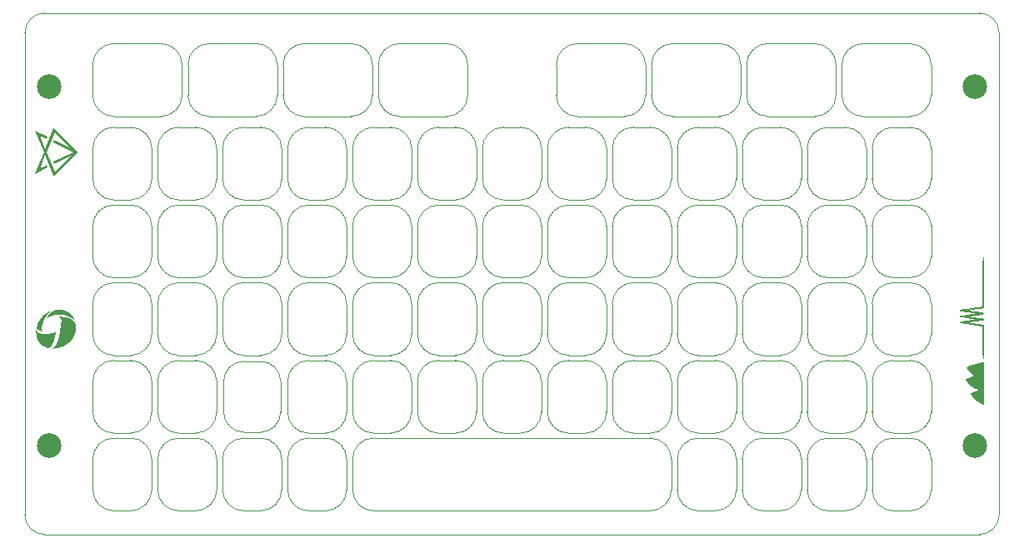
<source format=gbl>
G04*
G04 #@! TF.GenerationSoftware,Altium Limited,Altium Designer,24.2.2 (26)*
G04*
G04 Layer_Physical_Order=2*
G04 Layer_Color=3381759*
%FSLAX25Y25*%
%MOIN*%
G70*
G04*
G04 #@! TF.SameCoordinates,661FBD00-BEF8-4439-B900-685B4A6DAB74*
G04*
G04*
G04 #@! TF.FilePolarity,Positive*
G04*
G01*
G75*
%ADD10C,0.00394*%
%ADD15C,0.09843*%
G36*
X-173673Y-43812D02*
X-183228Y-53367D01*
X-183337Y-53345D01*
X-186742Y-45080D01*
X-188965Y-50480D01*
X-186157Y-49106D01*
X-186053Y-49145D01*
X-185709Y-49963D01*
X-190701Y-52444D01*
X-190783Y-52368D01*
X-187259Y-43828D01*
X-190783Y-35287D01*
X-190701Y-35211D01*
X-185709Y-37692D01*
X-186053Y-38510D01*
X-186157Y-38548D01*
X-188965Y-37144D01*
X-186742Y-42544D01*
X-183337Y-34279D01*
X-183228Y-34257D01*
X-173673Y-43812D01*
D02*
G37*
G36*
X-181707Y-106822D02*
X-181707Y-106890D01*
X-181639Y-106891D01*
X-181638Y-106822D01*
X-181570Y-106823D01*
X-181570Y-106891D01*
X-181502Y-106892D01*
X-181501Y-106823D01*
X-181433Y-106824D01*
X-181364Y-106825D01*
X-181296Y-106825D01*
X-181296Y-106894D01*
X-181228Y-106894D01*
X-181227Y-106826D01*
X-181159Y-106826D01*
X-181090Y-106827D01*
X-181022Y-106827D01*
X-181022Y-106896D01*
X-180954Y-106897D01*
X-180953Y-106828D01*
X-180885Y-106829D01*
X-180885Y-106897D01*
X-180817Y-106898D01*
X-180816Y-106829D01*
X-180748Y-106830D01*
X-180748Y-106898D01*
X-180680Y-106899D01*
X-180679Y-106831D01*
X-180611Y-106831D01*
X-180612Y-106900D01*
X-180543Y-106900D01*
X-180475Y-106901D01*
X-180406Y-106901D01*
X-180338Y-106902D01*
X-180269Y-106903D01*
X-180270Y-106971D01*
X-180201Y-106972D01*
X-180133Y-106972D01*
X-180064Y-106973D01*
X-179996Y-106974D01*
X-179927Y-106974D01*
X-179928Y-107043D01*
X-179859Y-107043D01*
X-179859Y-106975D01*
X-179790Y-106975D01*
X-179791Y-107044D01*
X-179722Y-107044D01*
X-179654Y-107045D01*
X-179586Y-107045D01*
X-179586Y-107114D01*
X-179518Y-107115D01*
X-179449Y-107115D01*
X-179381Y-107116D01*
X-179381Y-107184D01*
X-179313Y-107185D01*
X-179312Y-107116D01*
X-179244Y-107117D01*
X-179244Y-107185D01*
X-179176Y-107186D01*
X-179107Y-107187D01*
X-179108Y-107255D01*
X-179040Y-107256D01*
X-178971Y-107256D01*
X-178972Y-107325D01*
X-178903Y-107325D01*
X-178902Y-107257D01*
X-178834Y-107257D01*
X-178835Y-107326D01*
X-178766Y-107327D01*
X-178698Y-107327D01*
X-178698Y-107396D01*
X-178630Y-107396D01*
X-178561Y-107397D01*
X-178562Y-107465D01*
X-178493Y-107466D01*
X-178493Y-107397D01*
X-178424Y-107398D01*
X-178425Y-107467D01*
X-178357Y-107467D01*
X-178357Y-107536D01*
X-178289Y-107536D01*
X-178289Y-107605D01*
X-178221Y-107605D01*
X-178220Y-107537D01*
X-178152Y-107537D01*
X-178152Y-107606D01*
X-178084Y-107606D01*
X-178084Y-107675D01*
X-178016Y-107676D01*
X-178016Y-107744D01*
X-177948Y-107745D01*
X-177947Y-107676D01*
X-177879Y-107677D01*
X-177880Y-107745D01*
X-177811Y-107746D01*
X-177812Y-107814D01*
X-177743Y-107815D01*
X-177744Y-107883D01*
X-177675Y-107884D01*
X-177675Y-107816D01*
X-177606Y-107816D01*
X-177607Y-107885D01*
X-177538Y-107885D01*
X-177539Y-107954D01*
X-177471Y-107954D01*
X-177471Y-108023D01*
X-177403Y-108023D01*
X-177334Y-108024D01*
X-177335Y-108092D01*
X-177266Y-108093D01*
X-177198Y-108094D01*
X-177198Y-108162D01*
X-177130Y-108163D01*
X-177130Y-108231D01*
X-177062Y-108232D01*
X-177063Y-108300D01*
X-176994Y-108301D01*
X-176995Y-108369D01*
X-176926Y-108370D01*
X-176927Y-108438D01*
X-176858Y-108439D01*
X-176858Y-108371D01*
X-176789Y-108371D01*
X-176790Y-108508D01*
X-176722Y-108509D01*
X-176654Y-108509D01*
X-176654Y-108578D01*
X-176586Y-108578D01*
X-176586Y-108647D01*
X-176518Y-108648D01*
X-176518Y-108716D01*
X-176450Y-108716D01*
X-176450Y-108785D01*
X-176382Y-108786D01*
X-176383Y-108854D01*
X-176314Y-108855D01*
X-176315Y-108923D01*
X-176246Y-108924D01*
X-176247Y-108992D01*
X-176178Y-108993D01*
X-176179Y-109061D01*
X-176110Y-109062D01*
X-176111Y-109130D01*
X-176043Y-109131D01*
X-176043Y-109200D01*
X-175975Y-109200D01*
X-175975Y-109269D01*
X-175907Y-109269D01*
X-175907Y-109338D01*
X-175839Y-109338D01*
X-175840Y-109475D01*
X-175772Y-109476D01*
X-175703Y-109476D01*
X-175705Y-109682D01*
X-175636Y-109682D01*
X-175637Y-109751D01*
X-175569Y-109751D01*
X-175569Y-109820D01*
X-175501Y-109821D01*
X-175501Y-109889D01*
X-175433Y-109890D01*
X-175435Y-110095D01*
X-175366Y-110096D01*
X-175367Y-110164D01*
X-175298Y-110165D01*
X-175299Y-110302D01*
X-175231Y-110302D01*
X-175232Y-110439D01*
X-175164Y-110440D01*
X-175164Y-110508D01*
X-175096Y-110509D01*
X-175096Y-110577D01*
X-175165Y-110577D01*
X-175165Y-110645D01*
X-175097Y-110646D01*
X-175098Y-110714D01*
X-175029Y-110715D01*
X-175031Y-110920D01*
X-174962Y-110921D01*
X-174963Y-110989D01*
X-174894Y-110990D01*
X-174896Y-111127D01*
X-174964Y-111126D01*
X-174963Y-110989D01*
X-175031Y-110989D01*
X-175100Y-110988D01*
X-175099Y-110920D01*
X-175168Y-110919D01*
X-175236Y-110919D01*
X-175236Y-110850D01*
X-175304Y-110850D01*
X-175304Y-110781D01*
X-175372Y-110781D01*
X-175372Y-110712D01*
X-175440Y-110711D01*
X-175439Y-110643D01*
X-175508Y-110642D01*
X-175507Y-110574D01*
X-175576Y-110573D01*
X-175576Y-110642D01*
X-175645Y-110641D01*
X-175644Y-110573D01*
X-175713Y-110572D01*
X-175712Y-110504D01*
X-175781Y-110503D01*
X-175780Y-110434D01*
X-175848Y-110434D01*
X-175848Y-110365D01*
X-175916Y-110365D01*
X-175985Y-110364D01*
X-176053Y-110364D01*
X-176053Y-110295D01*
X-176121Y-110294D01*
X-176121Y-110226D01*
X-176189Y-110225D01*
X-176189Y-110157D01*
X-176257Y-110156D01*
X-176258Y-110225D01*
X-176326Y-110224D01*
X-176325Y-110156D01*
X-176394Y-110155D01*
X-176393Y-110087D01*
X-176462Y-110086D01*
X-176461Y-110018D01*
X-176530Y-110017D01*
X-176598Y-110017D01*
X-176598Y-109948D01*
X-176666Y-109947D01*
X-176734Y-109947D01*
X-176734Y-109878D01*
X-176802Y-109878D01*
X-176871Y-109877D01*
X-176939Y-109877D01*
X-176939Y-109808D01*
X-177007Y-109807D01*
X-177007Y-109739D01*
X-177075Y-109738D01*
X-177076Y-109807D01*
X-177144Y-109806D01*
X-177144Y-109738D01*
X-177212Y-109737D01*
X-177211Y-109669D01*
X-177280Y-109668D01*
X-177348Y-109668D01*
X-177417Y-109667D01*
X-177416Y-109598D01*
X-177485Y-109598D01*
X-177553Y-109597D01*
X-177553Y-109529D01*
X-177621Y-109528D01*
X-177690Y-109528D01*
X-177689Y-109459D01*
X-177758Y-109458D01*
X-177758Y-109527D01*
X-177827Y-109526D01*
X-177826Y-109458D01*
X-177894Y-109457D01*
X-177894Y-109389D01*
X-177962Y-109388D01*
X-178031Y-109388D01*
X-178099Y-109387D01*
X-178099Y-109318D01*
X-178167Y-109318D01*
X-178168Y-109386D01*
X-178236Y-109386D01*
X-178236Y-109317D01*
X-178304Y-109317D01*
X-178304Y-109248D01*
X-178372Y-109248D01*
X-178440Y-109247D01*
X-178509Y-109247D01*
X-178508Y-109178D01*
X-178577Y-109177D01*
X-178577Y-109246D01*
X-178646Y-109245D01*
X-178645Y-109177D01*
X-178714Y-109176D01*
X-178782Y-109176D01*
X-178851Y-109175D01*
X-178850Y-109107D01*
X-178919Y-109106D01*
X-178919Y-109174D01*
X-178988Y-109174D01*
X-178987Y-109105D01*
X-179056Y-109105D01*
X-179055Y-109036D01*
X-179123Y-109036D01*
X-179124Y-109104D01*
X-179193Y-109104D01*
X-179192Y-109035D01*
X-179261Y-109034D01*
X-179261Y-109103D01*
X-179330Y-109102D01*
X-179329Y-109034D01*
X-179397Y-109033D01*
X-179466Y-109033D01*
X-179534Y-109032D01*
X-179603Y-109031D01*
X-179671Y-109031D01*
X-179671Y-108962D01*
X-179739Y-108962D01*
X-179808Y-108961D01*
X-179876Y-108961D01*
X-179945Y-108960D01*
X-180013Y-108959D01*
X-180013Y-108891D01*
X-180081Y-108890D01*
X-180082Y-108959D01*
X-180150Y-108958D01*
X-180149Y-108890D01*
X-180218Y-108889D01*
X-180219Y-108958D01*
X-180287Y-108957D01*
X-180287Y-108888D01*
X-180355Y-108888D01*
X-180356Y-108956D01*
X-180424Y-108956D01*
X-180423Y-108887D01*
X-180492Y-108887D01*
X-180492Y-108955D01*
X-180561Y-108955D01*
X-180560Y-108886D01*
X-180629Y-108886D01*
X-180697Y-108885D01*
X-180766Y-108884D01*
X-180766Y-108953D01*
X-180835Y-108952D01*
X-180834Y-108884D01*
X-180903Y-108883D01*
X-180971Y-108882D01*
X-181040Y-108882D01*
X-181108Y-108881D01*
X-181177Y-108881D01*
X-181245Y-108880D01*
X-181314Y-108879D01*
X-181314Y-108948D01*
X-181383Y-108947D01*
X-181382Y-108879D01*
X-181451Y-108878D01*
X-181451Y-108947D01*
X-181520Y-108946D01*
X-181519Y-108878D01*
X-181588Y-108877D01*
X-181588Y-108946D01*
X-181657Y-108945D01*
X-181656Y-108877D01*
X-181725Y-108876D01*
X-181725Y-108944D01*
X-181794Y-108944D01*
X-181793Y-108875D01*
X-181861Y-108875D01*
X-181862Y-108943D01*
X-181930Y-108943D01*
X-181930Y-108874D01*
X-181999Y-108874D01*
X-181999Y-108942D01*
X-182068Y-108941D01*
X-182136Y-108941D01*
X-182204Y-108940D01*
X-182273Y-108940D01*
X-182342Y-108939D01*
X-182342Y-109008D01*
X-182411Y-109007D01*
X-182479Y-109006D01*
X-182547Y-109006D01*
X-182548Y-109074D01*
X-182617Y-109074D01*
X-182616Y-109005D01*
X-182685Y-109004D01*
X-182685Y-109073D01*
X-182754Y-109072D01*
X-182753Y-109004D01*
X-182821Y-109003D01*
X-182822Y-109072D01*
X-182890Y-109071D01*
X-182890Y-109003D01*
X-182958Y-109002D01*
X-182959Y-109071D01*
X-183027Y-109070D01*
X-183028Y-109139D01*
X-183097Y-109138D01*
X-183165Y-109137D01*
X-183233Y-109137D01*
X-183234Y-109205D01*
X-183302Y-109205D01*
X-183302Y-109136D01*
X-183370Y-109135D01*
X-183371Y-109204D01*
X-183440Y-109203D01*
X-183508Y-109203D01*
X-183577Y-109202D01*
X-183577Y-109271D01*
X-183646Y-109270D01*
X-183714Y-109269D01*
X-183782Y-109269D01*
X-183783Y-109337D01*
X-183852Y-109337D01*
X-183851Y-109268D01*
X-183920Y-109268D01*
X-183920Y-109336D01*
X-183989Y-109336D01*
X-184057Y-109335D01*
X-184125Y-109334D01*
X-184126Y-109403D01*
X-184195Y-109402D01*
X-184195Y-109471D01*
X-184264Y-109470D01*
X-184263Y-109402D01*
X-184332Y-109401D01*
X-184332Y-109470D01*
X-184401Y-109469D01*
X-184401Y-109537D01*
X-184470Y-109537D01*
X-184538Y-109536D01*
X-184607Y-109536D01*
X-184607Y-109604D01*
X-184676Y-109604D01*
X-184744Y-109603D01*
X-184813Y-109602D01*
X-184813Y-109671D01*
X-184882Y-109670D01*
X-184882Y-109739D01*
X-184951Y-109738D01*
X-184950Y-109670D01*
X-185019Y-109669D01*
X-185019Y-109738D01*
X-185088Y-109737D01*
X-185088Y-109805D01*
X-185157Y-109805D01*
X-185225Y-109804D01*
X-185294Y-109804D01*
X-185294Y-109872D01*
X-185363Y-109871D01*
X-185363Y-109940D01*
X-185432Y-109939D01*
X-185433Y-110008D01*
X-185501Y-110007D01*
X-185501Y-109939D01*
X-185569Y-109938D01*
X-185570Y-110007D01*
X-185638Y-110006D01*
X-185639Y-110074D01*
X-185707Y-110074D01*
X-185776Y-110073D01*
X-185844Y-110073D01*
X-185845Y-110141D01*
X-185913Y-110141D01*
X-185914Y-110209D01*
X-185982Y-110208D01*
X-185983Y-110277D01*
X-186051Y-110276D01*
X-186051Y-110208D01*
X-186119Y-110207D01*
X-186120Y-110276D01*
X-186188Y-110275D01*
X-186187Y-110070D01*
X-186118Y-110070D01*
X-186117Y-110002D01*
X-186049Y-110003D01*
X-186048Y-109934D01*
X-185980Y-109935D01*
X-185978Y-109729D01*
X-185910Y-109730D01*
X-185909Y-109661D01*
X-185840Y-109662D01*
X-185840Y-109593D01*
X-185771Y-109594D01*
X-185770Y-109388D01*
X-185701Y-109389D01*
X-185701Y-109321D01*
X-185632Y-109321D01*
X-185631Y-109253D01*
X-185563Y-109253D01*
X-185562Y-109185D01*
X-185494Y-109186D01*
X-185493Y-109117D01*
X-185425Y-109118D01*
X-185424Y-109049D01*
X-185356Y-109050D01*
X-185354Y-108844D01*
X-185285Y-108845D01*
X-185285Y-108776D01*
X-185216Y-108777D01*
X-185216Y-108709D01*
X-185147Y-108709D01*
X-185147Y-108641D01*
X-185078Y-108641D01*
X-185078Y-108573D01*
X-185009Y-108573D01*
X-185009Y-108505D01*
X-184940Y-108505D01*
X-184940Y-108437D01*
X-184871Y-108438D01*
X-184870Y-108369D01*
X-184802Y-108370D01*
X-184801Y-108301D01*
X-184733Y-108302D01*
X-184732Y-108233D01*
X-184664Y-108234D01*
X-184663Y-108166D01*
X-184595Y-108166D01*
X-184594Y-108098D01*
X-184526Y-108098D01*
X-184525Y-108030D01*
X-184457Y-108030D01*
X-184456Y-107962D01*
X-184388Y-107962D01*
X-184387Y-107894D01*
X-184318Y-107895D01*
X-184319Y-107963D01*
X-184250Y-107964D01*
X-184249Y-107827D01*
X-184181Y-107827D01*
X-184112Y-107828D01*
X-184112Y-107759D01*
X-184043Y-107760D01*
X-184043Y-107692D01*
X-183974Y-107692D01*
X-183974Y-107624D01*
X-183905Y-107624D01*
X-183905Y-107556D01*
X-183836Y-107556D01*
X-183835Y-107488D01*
X-183767Y-107488D01*
X-183768Y-107557D01*
X-183699Y-107557D01*
X-183698Y-107489D01*
X-183630Y-107490D01*
X-183629Y-107421D01*
X-183561Y-107422D01*
X-183560Y-107353D01*
X-183492Y-107354D01*
X-183493Y-107422D01*
X-183424Y-107423D01*
X-183423Y-107354D01*
X-183355Y-107355D01*
X-183354Y-107287D01*
X-183286Y-107287D01*
X-183285Y-107219D01*
X-183217Y-107219D01*
X-183148Y-107220D01*
X-183080Y-107220D01*
X-183079Y-107152D01*
X-183011Y-107153D01*
X-182942Y-107153D01*
X-182874Y-107154D01*
X-182873Y-107085D01*
X-182805Y-107086D01*
X-182736Y-107087D01*
X-182668Y-107087D01*
X-182667Y-107019D01*
X-182599Y-107019D01*
X-182530Y-107020D01*
X-182462Y-107020D01*
X-182461Y-106952D01*
X-182393Y-106953D01*
X-182324Y-106953D01*
X-182256Y-106954D01*
X-182255Y-106885D01*
X-182187Y-106886D01*
X-182187Y-106954D01*
X-182119Y-106955D01*
X-182118Y-106886D01*
X-182050Y-106887D01*
X-181981Y-106888D01*
X-181913Y-106888D01*
X-181844Y-106889D01*
X-181776Y-106889D01*
X-181775Y-106821D01*
X-181707Y-106822D01*
D02*
G37*
G36*
X-184451Y-107345D02*
X-184451Y-107414D01*
X-184383Y-107415D01*
X-184383Y-107483D01*
X-184452Y-107483D01*
X-184452Y-107551D01*
X-184521Y-107550D01*
X-184521Y-107619D01*
X-184590Y-107618D01*
X-184590Y-107687D01*
X-184659Y-107686D01*
X-184660Y-107755D01*
X-184728Y-107754D01*
X-184729Y-107823D01*
X-184797Y-107822D01*
X-184866Y-107821D01*
X-184866Y-107890D01*
X-184935Y-107889D01*
X-184935Y-107958D01*
X-185004Y-107957D01*
X-185004Y-108026D01*
X-185073Y-108025D01*
X-185141Y-108024D01*
X-185143Y-108161D01*
X-185211Y-108161D01*
X-185280Y-108160D01*
X-185281Y-108297D01*
X-185349Y-108297D01*
X-185418Y-108296D01*
X-185418Y-108364D01*
X-185487Y-108364D01*
X-185487Y-108432D01*
X-185556Y-108432D01*
X-185557Y-108569D01*
X-185626Y-108568D01*
X-185694Y-108567D01*
X-185695Y-108704D01*
X-185764Y-108704D01*
X-185764Y-108772D01*
X-185833Y-108772D01*
X-185834Y-108909D01*
X-185902Y-108908D01*
X-185903Y-108976D01*
X-185971Y-108976D01*
X-185972Y-109044D01*
X-186040Y-109044D01*
X-186041Y-109112D01*
X-186110Y-109112D01*
X-186110Y-109180D01*
X-186179Y-109179D01*
X-186179Y-109248D01*
X-186248Y-109247D01*
X-186249Y-109453D01*
X-186318Y-109452D01*
X-186319Y-109521D01*
X-186387Y-109520D01*
X-186388Y-109589D01*
X-186456Y-109588D01*
X-186457Y-109657D01*
X-186525Y-109656D01*
X-186527Y-109861D01*
X-186596Y-109861D01*
X-186596Y-109929D01*
X-186665Y-109929D01*
X-186665Y-109997D01*
X-186734Y-109996D01*
X-186734Y-110065D01*
X-186803Y-110064D01*
X-186805Y-110270D01*
X-186873Y-110269D01*
X-186874Y-110338D01*
X-186942Y-110337D01*
X-186944Y-110543D01*
X-187012Y-110542D01*
X-187013Y-110610D01*
X-187082Y-110610D01*
X-187083Y-110815D01*
X-187152Y-110815D01*
X-187152Y-110883D01*
X-187221Y-110882D01*
X-187221Y-110951D01*
X-187153Y-110952D01*
X-187153Y-111020D01*
X-187222Y-111020D01*
X-187223Y-111088D01*
X-187291Y-111087D01*
X-187292Y-111156D01*
X-187360Y-111155D01*
X-187361Y-111224D01*
X-187292Y-111224D01*
X-187293Y-111293D01*
X-187361Y-111292D01*
X-187363Y-111498D01*
X-187432Y-111497D01*
X-187432Y-111565D01*
X-187501Y-111565D01*
X-187503Y-111770D01*
X-187571Y-111770D01*
X-187573Y-111975D01*
X-187641Y-111975D01*
X-187643Y-112180D01*
X-187712Y-112179D01*
X-187713Y-112385D01*
X-187782Y-112384D01*
X-187784Y-112590D01*
X-187852Y-112589D01*
X-187854Y-112795D01*
X-187922Y-112794D01*
X-187924Y-112999D01*
X-187993Y-112999D01*
X-187993Y-113067D01*
X-187925Y-113068D01*
X-187925Y-113136D01*
X-187994Y-113136D01*
X-187994Y-113204D01*
X-188063Y-113204D01*
X-188064Y-113272D01*
X-187995Y-113273D01*
X-187996Y-113341D01*
X-188064Y-113341D01*
X-188067Y-113683D01*
X-188136Y-113682D01*
X-188136Y-113751D01*
X-188068Y-113751D01*
X-188068Y-113820D01*
X-188137Y-113819D01*
X-188137Y-113888D01*
X-188206Y-113887D01*
X-188206Y-113956D01*
X-188138Y-113956D01*
X-188139Y-114025D01*
X-188207Y-114024D01*
X-188208Y-114093D01*
X-188139Y-114093D01*
X-188140Y-114162D01*
X-188208Y-114161D01*
X-188209Y-114230D01*
X-188140Y-114230D01*
X-188141Y-114299D01*
X-188209Y-114298D01*
X-188210Y-114367D01*
X-188142Y-114367D01*
X-188142Y-114436D01*
X-188211Y-114435D01*
X-188211Y-114504D01*
X-188143Y-114504D01*
X-188143Y-114573D01*
X-188212Y-114572D01*
X-188212Y-114640D01*
X-188144Y-114641D01*
X-188145Y-114710D01*
X-188213Y-114709D01*
X-188214Y-114778D01*
X-188145Y-114778D01*
X-188146Y-114847D01*
X-188077Y-114847D01*
X-188078Y-114916D01*
X-188146Y-114915D01*
X-188147Y-114983D01*
X-188078Y-114984D01*
X-188080Y-115190D01*
X-188012Y-115190D01*
X-188012Y-115259D01*
X-187944Y-115259D01*
X-187944Y-115328D01*
X-187876Y-115328D01*
X-187877Y-115397D01*
X-187808Y-115397D01*
X-187809Y-115466D01*
X-187877Y-115465D01*
X-187946Y-115465D01*
X-188014Y-115464D01*
X-188083Y-115463D01*
X-188151Y-115463D01*
X-188151Y-115394D01*
X-188219Y-115394D01*
X-188220Y-115462D01*
X-188288Y-115462D01*
X-188287Y-115393D01*
X-188356Y-115393D01*
X-188357Y-115461D01*
X-188425Y-115461D01*
X-188424Y-115392D01*
X-188493Y-115391D01*
X-188561Y-115391D01*
X-188630Y-115390D01*
X-188629Y-115322D01*
X-188698Y-115321D01*
X-188766Y-115321D01*
X-188835Y-115320D01*
X-188834Y-115252D01*
X-188903Y-115251D01*
X-188903Y-115319D01*
X-188972Y-115319D01*
X-188971Y-115250D01*
X-189040Y-115250D01*
X-189108Y-115249D01*
X-189107Y-115181D01*
X-189176Y-115180D01*
X-189244Y-115179D01*
X-189244Y-115111D01*
X-189312Y-115110D01*
X-189381Y-115110D01*
X-189449Y-115109D01*
X-189449Y-115041D01*
X-189517Y-115040D01*
X-189516Y-114972D01*
X-189585Y-114971D01*
X-189653Y-114970D01*
X-189652Y-114833D01*
X-189721Y-114833D01*
X-189789Y-114832D01*
X-189788Y-114695D01*
X-189857Y-114695D01*
X-189925Y-114694D01*
X-189924Y-114557D01*
X-189992Y-114557D01*
X-189992Y-114488D01*
X-190060Y-114487D01*
X-190057Y-114145D01*
X-190126Y-114144D01*
X-190125Y-114076D01*
X-190057Y-114077D01*
X-190056Y-114008D01*
X-190124Y-114007D01*
X-190124Y-113939D01*
X-190055Y-113940D01*
X-190052Y-113597D01*
X-189984Y-113598D01*
X-189983Y-113529D01*
X-190052Y-113529D01*
X-190051Y-113460D01*
X-189983Y-113461D01*
X-189981Y-113255D01*
X-189912Y-113256D01*
X-189911Y-113051D01*
X-189842Y-113051D01*
X-189842Y-112983D01*
X-189910Y-112982D01*
X-189909Y-112914D01*
X-189841Y-112914D01*
X-189840Y-112846D01*
X-189772Y-112846D01*
X-189771Y-112778D01*
X-189840Y-112777D01*
X-189839Y-112709D01*
X-189771Y-112709D01*
X-189769Y-112504D01*
X-189700Y-112504D01*
X-189700Y-112436D01*
X-189631Y-112437D01*
X-189630Y-112231D01*
X-189561Y-112232D01*
X-189559Y-112026D01*
X-189491Y-112027D01*
X-189490Y-111959D01*
X-189422Y-111959D01*
X-189420Y-111754D01*
X-189351Y-111754D01*
X-189350Y-111549D01*
X-189281Y-111549D01*
X-189281Y-111481D01*
X-189212Y-111481D01*
X-189211Y-111413D01*
X-189143Y-111414D01*
X-189141Y-111208D01*
X-189073Y-111209D01*
X-189072Y-111140D01*
X-189004Y-111141D01*
X-189003Y-111073D01*
X-188935Y-111073D01*
X-188933Y-110868D01*
X-188864Y-110868D01*
X-188864Y-110800D01*
X-188795Y-110800D01*
X-188795Y-110732D01*
X-188726Y-110732D01*
X-188726Y-110664D01*
X-188657Y-110665D01*
X-188655Y-110459D01*
X-188587Y-110460D01*
X-188586Y-110391D01*
X-188518Y-110392D01*
X-188517Y-110323D01*
X-188449Y-110324D01*
X-188448Y-110255D01*
X-188380Y-110256D01*
X-188379Y-110188D01*
X-188311Y-110188D01*
X-188310Y-110120D01*
X-188241Y-110120D01*
X-188240Y-109983D01*
X-188172Y-109984D01*
X-188103Y-109985D01*
X-188101Y-109779D01*
X-188033Y-109780D01*
X-187964Y-109780D01*
X-187963Y-109643D01*
X-187895Y-109644D01*
X-187826Y-109644D01*
X-187825Y-109508D01*
X-187757Y-109508D01*
X-187688Y-109509D01*
X-187687Y-109372D01*
X-187619Y-109372D01*
X-187550Y-109373D01*
X-187549Y-109236D01*
X-187480Y-109237D01*
X-187412Y-109237D01*
X-187411Y-109100D01*
X-187342Y-109101D01*
X-187343Y-109169D01*
X-187274Y-109170D01*
X-187273Y-109033D01*
X-187205Y-109034D01*
X-187136Y-109034D01*
X-187136Y-108966D01*
X-187067Y-108966D01*
X-187067Y-108898D01*
X-186998Y-108898D01*
X-186997Y-108830D01*
X-186929Y-108830D01*
X-186928Y-108762D01*
X-186860Y-108763D01*
X-186859Y-108694D01*
X-186791Y-108695D01*
X-186790Y-108626D01*
X-186722Y-108627D01*
X-186653Y-108627D01*
X-186585Y-108628D01*
X-186584Y-108560D01*
X-186516Y-108560D01*
X-186515Y-108492D01*
X-186447Y-108492D01*
X-186446Y-108424D01*
X-186378Y-108424D01*
X-186377Y-108356D01*
X-186309Y-108357D01*
X-186308Y-108288D01*
X-186239Y-108289D01*
X-186171Y-108289D01*
X-186170Y-108221D01*
X-186102Y-108221D01*
X-186033Y-108222D01*
X-186033Y-108153D01*
X-185964Y-108154D01*
X-185964Y-108086D01*
X-185895Y-108086D01*
X-185827Y-108087D01*
X-185758Y-108087D01*
X-185758Y-108019D01*
X-185689Y-108019D01*
X-185689Y-107951D01*
X-185620Y-107952D01*
X-185619Y-107883D01*
X-185551Y-107884D01*
X-185483Y-107884D01*
X-185414Y-107885D01*
X-185414Y-107817D01*
X-185345Y-107817D01*
X-185344Y-107749D01*
X-185276Y-107749D01*
X-185207Y-107750D01*
X-185139Y-107750D01*
X-185138Y-107682D01*
X-185070Y-107683D01*
X-185069Y-107614D01*
X-185001Y-107615D01*
X-184932Y-107615D01*
X-184864Y-107616D01*
X-184863Y-107547D01*
X-184795Y-107548D01*
X-184794Y-107480D01*
X-184726Y-107480D01*
X-184657Y-107481D01*
X-184589Y-107481D01*
X-184588Y-107413D01*
X-184520Y-107413D01*
X-184519Y-107345D01*
X-184451Y-107345D01*
D02*
G37*
G36*
X-184245Y-107279D02*
X-184176Y-107279D01*
X-184177Y-107416D01*
X-184246Y-107416D01*
X-184245Y-107347D01*
X-184314Y-107347D01*
X-184313Y-107278D01*
X-184245Y-107279D01*
D02*
G37*
G36*
X-181320Y-109564D02*
X-181320Y-109633D01*
X-181252Y-109633D01*
X-181251Y-109565D01*
X-181183Y-109566D01*
X-181183Y-109634D01*
X-181115Y-109635D01*
X-181114Y-109566D01*
X-181046Y-109567D01*
X-181046Y-109635D01*
X-180978Y-109636D01*
X-180977Y-109567D01*
X-180909Y-109568D01*
X-180909Y-109636D01*
X-180841Y-109637D01*
X-180772Y-109638D01*
X-180704Y-109638D01*
X-180635Y-109639D01*
X-180567Y-109639D01*
X-180499Y-109640D01*
X-180430Y-109641D01*
X-180361Y-109641D01*
X-180293Y-109642D01*
X-180294Y-109710D01*
X-180225Y-109711D01*
X-180157Y-109712D01*
X-180088Y-109712D01*
X-180020Y-109713D01*
X-179951Y-109713D01*
X-179883Y-109714D01*
X-179814Y-109714D01*
X-179815Y-109783D01*
X-179746Y-109783D01*
X-179746Y-109715D01*
X-179677Y-109716D01*
X-179678Y-109784D01*
X-179609Y-109785D01*
X-179609Y-109716D01*
X-179540Y-109717D01*
X-179541Y-109785D01*
X-179472Y-109786D01*
X-179404Y-109786D01*
X-179335Y-109787D01*
X-179267Y-109788D01*
X-179199Y-109788D01*
X-179199Y-109857D01*
X-179131Y-109857D01*
X-179062Y-109858D01*
X-178994Y-109859D01*
X-178925Y-109859D01*
X-178857Y-109860D01*
X-178857Y-109928D01*
X-178789Y-109929D01*
X-178788Y-109860D01*
X-178720Y-109861D01*
X-178720Y-109929D01*
X-178652Y-109930D01*
X-178584Y-109931D01*
X-178515Y-109931D01*
X-178516Y-110000D01*
X-178447Y-110000D01*
X-178379Y-110001D01*
X-178310Y-110002D01*
X-178311Y-110070D01*
X-178242Y-110071D01*
X-178242Y-110002D01*
X-178173Y-110003D01*
X-178174Y-110071D01*
X-178105Y-110072D01*
X-178037Y-110072D01*
X-177968Y-110073D01*
X-177969Y-110141D01*
X-177900Y-110142D01*
X-177832Y-110143D01*
X-177763Y-110143D01*
X-177764Y-110212D01*
X-177696Y-110212D01*
X-177695Y-110144D01*
X-177627Y-110144D01*
X-177627Y-110213D01*
X-177559Y-110213D01*
X-177559Y-110282D01*
X-177491Y-110283D01*
X-177422Y-110283D01*
X-177354Y-110284D01*
X-177354Y-110352D01*
X-177286Y-110353D01*
X-177217Y-110354D01*
X-177149Y-110354D01*
X-177150Y-110423D01*
X-177081Y-110423D01*
X-177082Y-110492D01*
X-177013Y-110492D01*
X-177013Y-110424D01*
X-176944Y-110424D01*
X-176945Y-110493D01*
X-176876Y-110493D01*
X-176877Y-110562D01*
X-176808Y-110563D01*
X-176809Y-110631D01*
X-176741Y-110632D01*
X-176740Y-110563D01*
X-176671Y-110564D01*
X-176672Y-110632D01*
X-176604Y-110633D01*
X-176604Y-110701D01*
X-176536Y-110702D01*
X-176467Y-110702D01*
X-176399Y-110703D01*
X-176399Y-110772D01*
X-176331Y-110772D01*
X-176331Y-110841D01*
X-176263Y-110841D01*
X-176263Y-110910D01*
X-176195Y-110910D01*
X-176127Y-110911D01*
X-176127Y-110979D01*
X-176059Y-110980D01*
X-175990Y-110980D01*
X-175991Y-111049D01*
X-175922Y-111050D01*
X-175923Y-111118D01*
X-175854Y-111119D01*
X-175855Y-111187D01*
X-175787Y-111188D01*
X-175718Y-111188D01*
X-175719Y-111325D01*
X-175651Y-111326D01*
X-175582Y-111327D01*
X-175583Y-111395D01*
X-175514Y-111396D01*
X-175446Y-111396D01*
X-175447Y-111533D01*
X-175379Y-111534D01*
X-175310Y-111534D01*
X-175311Y-111671D01*
X-175243Y-111672D01*
X-175174Y-111672D01*
X-175176Y-111878D01*
X-175108Y-111879D01*
X-175108Y-111947D01*
X-175040Y-111948D01*
X-175040Y-112016D01*
X-174972Y-112017D01*
X-174973Y-112085D01*
X-174904Y-112086D01*
X-174906Y-112291D01*
X-174837Y-112292D01*
X-174838Y-112360D01*
X-174769Y-112361D01*
X-174771Y-112566D01*
X-174703Y-112567D01*
X-174703Y-112635D01*
X-174635Y-112636D01*
X-174638Y-112978D01*
X-174569Y-112979D01*
X-174571Y-113184D01*
X-174503Y-113185D01*
X-174503Y-113253D01*
X-174572Y-113253D01*
X-174573Y-113321D01*
X-174504Y-113322D01*
X-174509Y-113938D01*
X-174441Y-113939D01*
X-174442Y-114007D01*
X-174510Y-114007D01*
X-174511Y-114075D01*
X-174442Y-114076D01*
X-174443Y-114144D01*
X-174511Y-114144D01*
X-174512Y-114212D01*
X-174443Y-114213D01*
X-174444Y-114281D01*
X-174512Y-114281D01*
X-174520Y-115171D01*
X-174589Y-115170D01*
X-174589Y-115239D01*
X-174521Y-115239D01*
X-174521Y-115308D01*
X-174590Y-115307D01*
X-174592Y-115513D01*
X-174660Y-115512D01*
X-174661Y-115581D01*
X-174592Y-115581D01*
X-174593Y-115650D01*
X-174661Y-115649D01*
X-174663Y-115855D01*
X-174732Y-115854D01*
X-174732Y-115922D01*
X-174664Y-115923D01*
X-174664Y-115991D01*
X-174733Y-115991D01*
X-174733Y-116059D01*
X-174802Y-116059D01*
X-174802Y-116127D01*
X-174734Y-116128D01*
X-174734Y-116196D01*
X-174803Y-116196D01*
X-174805Y-116401D01*
X-174873Y-116401D01*
X-174875Y-116606D01*
X-174943Y-116605D01*
X-174945Y-116811D01*
X-175014Y-116810D01*
X-175016Y-117016D01*
X-175084Y-117015D01*
X-175086Y-117220D01*
X-175154Y-117220D01*
X-175155Y-117288D01*
X-175223Y-117288D01*
X-175225Y-117493D01*
X-175294Y-117493D01*
X-175294Y-117561D01*
X-175363Y-117561D01*
X-175365Y-117766D01*
X-175433Y-117765D01*
X-175434Y-117834D01*
X-175502Y-117833D01*
X-175504Y-118039D01*
X-175572Y-118038D01*
X-175573Y-118107D01*
X-175642Y-118106D01*
X-175643Y-118311D01*
X-175712Y-118311D01*
X-175712Y-118379D01*
X-175781Y-118379D01*
X-175781Y-118447D01*
X-175850Y-118447D01*
X-175850Y-118515D01*
X-175919Y-118515D01*
X-175920Y-118651D01*
X-175989Y-118651D01*
X-175990Y-118788D01*
X-176058Y-118787D01*
X-176059Y-118856D01*
X-176127Y-118855D01*
X-176128Y-118924D01*
X-176197Y-118923D01*
X-176197Y-118991D01*
X-176266Y-118991D01*
X-176266Y-119059D01*
X-176335Y-119059D01*
X-176336Y-119264D01*
X-176405Y-119264D01*
X-176404Y-119195D01*
X-176473Y-119194D01*
X-176475Y-119400D01*
X-176543Y-119399D01*
X-176544Y-119468D01*
X-176612Y-119467D01*
X-176613Y-119536D01*
X-176681Y-119535D01*
X-176682Y-119604D01*
X-176750Y-119603D01*
X-176751Y-119671D01*
X-176819Y-119671D01*
X-176820Y-119739D01*
X-176889Y-119739D01*
X-176889Y-119807D01*
X-176957Y-119807D01*
X-176958Y-119875D01*
X-177027Y-119875D01*
X-177027Y-119943D01*
X-177096Y-119942D01*
X-177096Y-120011D01*
X-177165Y-120010D01*
X-177165Y-120079D01*
X-177234Y-120078D01*
X-177234Y-120147D01*
X-177303Y-120146D01*
X-177304Y-120214D01*
X-177372Y-120214D01*
X-177373Y-120282D01*
X-177441Y-120282D01*
X-177442Y-120350D01*
X-177510Y-120350D01*
X-177509Y-120281D01*
X-177578Y-120281D01*
X-177579Y-120417D01*
X-177648Y-120417D01*
X-177716Y-120416D01*
X-177717Y-120485D01*
X-177785Y-120484D01*
X-177786Y-120553D01*
X-177854Y-120552D01*
X-177855Y-120621D01*
X-177923Y-120620D01*
X-177924Y-120688D01*
X-177992Y-120688D01*
X-177993Y-120756D01*
X-178062Y-120756D01*
X-178062Y-120824D01*
X-178131Y-120824D01*
X-178199Y-120823D01*
X-178268Y-120823D01*
X-178268Y-120891D01*
X-178337Y-120890D01*
X-178337Y-120959D01*
X-178406Y-120958D01*
X-178406Y-121027D01*
X-178475Y-121026D01*
X-178543Y-121026D01*
X-178544Y-121094D01*
X-178612Y-121093D01*
X-178681Y-121093D01*
X-178681Y-121161D01*
X-178750Y-121161D01*
X-178751Y-121229D01*
X-178819Y-121229D01*
X-178820Y-121297D01*
X-178888Y-121296D01*
X-178887Y-121228D01*
X-178956Y-121227D01*
X-178957Y-121296D01*
X-179025Y-121295D01*
X-179026Y-121364D01*
X-179094Y-121363D01*
X-179095Y-121432D01*
X-179163Y-121431D01*
X-179163Y-121362D01*
X-179231Y-121362D01*
X-179232Y-121430D01*
X-179300Y-121430D01*
X-179301Y-121498D01*
X-179369Y-121498D01*
X-179370Y-121566D01*
X-179438Y-121566D01*
X-179507Y-121565D01*
X-179575Y-121564D01*
X-179576Y-121633D01*
X-179644Y-121632D01*
X-179645Y-121701D01*
X-179713Y-121700D01*
X-179713Y-121632D01*
X-179781Y-121631D01*
X-179782Y-121700D01*
X-179850Y-121699D01*
X-179851Y-121767D01*
X-179920Y-121767D01*
X-179988Y-121766D01*
X-180056Y-121766D01*
X-180057Y-121834D01*
X-180125Y-121834D01*
X-180194Y-121833D01*
X-180262Y-121832D01*
X-180263Y-121901D01*
X-180332Y-121900D01*
X-180332Y-121969D01*
X-180401Y-121968D01*
X-180400Y-121900D01*
X-180468Y-121899D01*
X-180469Y-121967D01*
X-180538Y-121967D01*
X-180606Y-121966D01*
X-180675Y-121966D01*
X-180675Y-122034D01*
X-180744Y-122034D01*
X-180744Y-122102D01*
X-180813Y-122101D01*
X-180812Y-122033D01*
X-180881Y-122032D01*
X-180881Y-122101D01*
X-180950Y-122100D01*
X-181018Y-122100D01*
X-181087Y-122099D01*
X-181087Y-122168D01*
X-181156Y-122167D01*
X-181224Y-122166D01*
X-181293Y-122166D01*
X-181293Y-122234D01*
X-181362Y-122234D01*
X-181361Y-122165D01*
X-181430Y-122165D01*
X-181430Y-122233D01*
X-181499Y-122232D01*
X-181567Y-122232D01*
X-181636Y-122231D01*
X-181636Y-122300D01*
X-181705Y-122299D01*
X-181773Y-122299D01*
X-181842Y-122298D01*
X-181842Y-122366D01*
X-181911Y-122366D01*
X-181910Y-122297D01*
X-181979Y-122297D01*
X-181979Y-122365D01*
X-182048Y-122365D01*
X-182047Y-122296D01*
X-182116Y-122296D01*
X-182116Y-122364D01*
X-182185Y-122363D01*
X-182253Y-122363D01*
X-182322Y-122362D01*
X-182322Y-122431D01*
X-182391Y-122430D01*
X-182390Y-122362D01*
X-182459Y-122361D01*
X-182459Y-122430D01*
X-182528Y-122429D01*
X-182596Y-122428D01*
X-182665Y-122428D01*
X-182733Y-122427D01*
X-182802Y-122426D01*
X-182802Y-122495D01*
X-182871Y-122494D01*
X-182870Y-122426D01*
X-182939Y-122425D01*
X-182939Y-122494D01*
X-183008Y-122493D01*
X-183007Y-122425D01*
X-183075Y-122424D01*
X-183076Y-122493D01*
X-183145Y-122492D01*
X-183144Y-122424D01*
X-183212Y-122423D01*
X-183213Y-122491D01*
X-183282Y-122491D01*
X-183281Y-122422D01*
X-183349Y-122422D01*
X-183350Y-122490D01*
X-183419Y-122490D01*
X-183487Y-122489D01*
X-183555Y-122488D01*
X-183624Y-122488D01*
X-183692Y-122487D01*
X-183761Y-122487D01*
X-183829Y-122486D01*
X-183829Y-122418D01*
X-183760Y-122418D01*
X-183760Y-122350D01*
X-183691Y-122350D01*
X-183691Y-122282D01*
X-183622Y-122282D01*
X-183554Y-122283D01*
X-183553Y-122214D01*
X-183485Y-122215D01*
X-183416Y-122216D01*
X-183415Y-122147D01*
X-183347Y-122148D01*
X-183346Y-122079D01*
X-183278Y-122080D01*
X-183277Y-122011D01*
X-183209Y-122012D01*
X-183208Y-121944D01*
X-183140Y-121944D01*
X-183139Y-121876D01*
X-183071Y-121876D01*
X-183070Y-121808D01*
X-183002Y-121808D01*
X-183001Y-121740D01*
X-182932Y-121740D01*
X-182932Y-121672D01*
X-182863Y-121673D01*
X-182862Y-121467D01*
X-182793Y-121468D01*
X-182725Y-121468D01*
X-182724Y-121331D01*
X-182655Y-121332D01*
X-182655Y-121264D01*
X-182586Y-121264D01*
X-182585Y-121127D01*
X-182516Y-121128D01*
X-182515Y-120991D01*
X-182447Y-120992D01*
X-182446Y-120923D01*
X-182378Y-120923D01*
X-182376Y-120787D01*
X-182308Y-120787D01*
X-182307Y-120650D01*
X-182238Y-120651D01*
X-182238Y-120582D01*
X-182169Y-120583D01*
X-182167Y-120378D01*
X-182099Y-120378D01*
X-182098Y-120310D01*
X-182030Y-120310D01*
X-182028Y-120105D01*
X-181959Y-120105D01*
X-181958Y-119900D01*
X-181889Y-119901D01*
X-181887Y-119695D01*
X-181819Y-119696D01*
X-181818Y-119627D01*
X-181750Y-119628D01*
X-181749Y-119559D01*
X-181818Y-119559D01*
X-181817Y-119490D01*
X-181749Y-119491D01*
X-181747Y-119285D01*
X-181678Y-119286D01*
X-181678Y-119218D01*
X-181609Y-119218D01*
X-181606Y-118876D01*
X-181538Y-118876D01*
X-181537Y-118808D01*
X-181469Y-118808D01*
X-181468Y-118740D01*
X-181537Y-118739D01*
X-181536Y-118671D01*
X-181468Y-118672D01*
X-181466Y-118466D01*
X-181397Y-118467D01*
X-181395Y-118261D01*
X-181327Y-118262D01*
X-181324Y-117919D01*
X-181256Y-117920D01*
X-181254Y-117715D01*
X-181185Y-117715D01*
X-181182Y-117373D01*
X-181114Y-117373D01*
X-181112Y-117168D01*
X-181044Y-117168D01*
X-181043Y-117100D01*
X-181112Y-117099D01*
X-181111Y-117031D01*
X-181042Y-117032D01*
X-181039Y-116689D01*
X-180971Y-116690D01*
X-180970Y-116621D01*
X-181039Y-116621D01*
X-181038Y-116552D01*
X-180970Y-116553D01*
X-180968Y-116347D01*
X-180900Y-116348D01*
X-180899Y-116279D01*
X-180967Y-116279D01*
X-180967Y-116210D01*
X-180898Y-116211D01*
X-180896Y-116006D01*
X-180828Y-116006D01*
X-180827Y-115938D01*
X-180896Y-115937D01*
X-180895Y-115869D01*
X-180827Y-115869D01*
X-180826Y-115801D01*
X-180895Y-115800D01*
X-180894Y-115732D01*
X-180826Y-115732D01*
X-180825Y-115664D01*
X-180756Y-115664D01*
X-180756Y-115596D01*
X-180824Y-115595D01*
X-180824Y-115527D01*
X-180755Y-115527D01*
X-180750Y-114911D01*
X-180681Y-114912D01*
X-180681Y-114843D01*
X-180749Y-114843D01*
X-180749Y-114774D01*
X-180680Y-114775D01*
X-180678Y-114569D01*
X-180610Y-114570D01*
X-180609Y-114501D01*
X-180678Y-114501D01*
X-180677Y-114432D01*
X-180609Y-114433D01*
X-180608Y-114365D01*
X-180677Y-114364D01*
X-180676Y-114295D01*
X-180608Y-114296D01*
X-180605Y-113954D01*
X-180536Y-113954D01*
X-180535Y-113886D01*
X-180604Y-113885D01*
X-180603Y-113817D01*
X-180535Y-113817D01*
X-180533Y-113612D01*
X-180465Y-113612D01*
X-180464Y-113544D01*
X-180533Y-113543D01*
X-180532Y-113475D01*
X-180464Y-113475D01*
X-180463Y-113407D01*
X-180531Y-113406D01*
X-180531Y-113338D01*
X-180462Y-113338D01*
X-180458Y-112859D01*
X-180390Y-112860D01*
X-180389Y-112791D01*
X-180457Y-112791D01*
X-180457Y-112722D01*
X-180388Y-112723D01*
X-180387Y-112517D01*
X-180318Y-112518D01*
X-180317Y-112450D01*
X-180386Y-112449D01*
X-180385Y-112380D01*
X-180317Y-112381D01*
X-180316Y-112312D01*
X-180385Y-112312D01*
X-180384Y-112243D01*
X-180316Y-112244D01*
X-180315Y-112176D01*
X-180384Y-112175D01*
X-180383Y-112106D01*
X-180315Y-112107D01*
X-180313Y-111902D01*
X-180381Y-111901D01*
X-180381Y-111832D01*
X-180312Y-111833D01*
X-180308Y-111354D01*
X-180377Y-111353D01*
X-180376Y-111285D01*
X-180307Y-111285D01*
X-180307Y-111217D01*
X-180375Y-111216D01*
X-180375Y-111148D01*
X-180306Y-111148D01*
X-180306Y-111080D01*
X-180374Y-111079D01*
X-180372Y-110874D01*
X-180441Y-110873D01*
X-180438Y-110531D01*
X-180506Y-110530D01*
X-180506Y-110462D01*
X-180574Y-110461D01*
X-180572Y-110256D01*
X-180641Y-110255D01*
X-180640Y-110187D01*
X-180709Y-110186D01*
X-180708Y-110049D01*
X-180776Y-110048D01*
X-180844Y-110048D01*
X-180843Y-109911D01*
X-180912Y-109910D01*
X-180980Y-109910D01*
X-180980Y-109841D01*
X-181048Y-109841D01*
X-181047Y-109772D01*
X-181116Y-109772D01*
X-181115Y-109703D01*
X-181184Y-109703D01*
X-181252Y-109702D01*
X-181321Y-109701D01*
X-181320Y-109633D01*
X-181389Y-109632D01*
X-181388Y-109564D01*
X-181320Y-109564D01*
D02*
G37*
G36*
X-190271Y-115102D02*
X-190273Y-115307D01*
X-190204Y-115308D01*
X-190205Y-115376D01*
X-190273Y-115376D01*
X-190274Y-115444D01*
X-190206Y-115445D01*
X-190206Y-115513D01*
X-190138Y-115514D01*
X-190138Y-115583D01*
X-190070Y-115583D01*
X-190070Y-115652D01*
X-190002Y-115652D01*
X-190003Y-115789D01*
X-189935Y-115790D01*
X-189866Y-115790D01*
X-189867Y-115859D01*
X-189798Y-115859D01*
X-189799Y-115928D01*
X-189730Y-115928D01*
X-189731Y-115997D01*
X-189662Y-115998D01*
X-189663Y-116066D01*
X-189595Y-116067D01*
X-189595Y-116135D01*
X-189527Y-116136D01*
X-189526Y-116067D01*
X-189458Y-116068D01*
X-189458Y-116136D01*
X-189390Y-116137D01*
X-189390Y-116205D01*
X-189322Y-116206D01*
X-189322Y-116274D01*
X-189254Y-116275D01*
X-189186Y-116276D01*
X-189117Y-116276D01*
X-189118Y-116345D01*
X-189049Y-116345D01*
X-188981Y-116346D01*
X-188912Y-116347D01*
X-188913Y-116415D01*
X-188844Y-116416D01*
X-188844Y-116347D01*
X-188775Y-116348D01*
X-188776Y-116416D01*
X-188707Y-116417D01*
X-188639Y-116417D01*
X-188570Y-116418D01*
X-188571Y-116487D01*
X-188502Y-116487D01*
X-188434Y-116488D01*
X-188365Y-116488D01*
X-188366Y-116557D01*
X-188298Y-116557D01*
X-188297Y-116489D01*
X-188228Y-116490D01*
X-188229Y-116558D01*
X-188161Y-116559D01*
X-188160Y-116490D01*
X-188092Y-116491D01*
X-188092Y-116559D01*
X-188024Y-116560D01*
X-187955Y-116560D01*
X-187887Y-116561D01*
X-187818Y-116561D01*
X-187750Y-116562D01*
X-187681Y-116563D01*
X-187613Y-116563D01*
X-187613Y-116632D01*
X-187545Y-116632D01*
X-187544Y-116564D01*
X-187476Y-116565D01*
X-187477Y-116633D01*
X-187408Y-116634D01*
X-187407Y-116565D01*
X-187339Y-116566D01*
X-187339Y-116634D01*
X-187271Y-116635D01*
X-187270Y-116566D01*
X-187202Y-116567D01*
X-187203Y-116635D01*
X-187134Y-116636D01*
X-187134Y-116568D01*
X-187065Y-116568D01*
X-187066Y-116637D01*
X-186997Y-116637D01*
X-186996Y-116569D01*
X-186928Y-116569D01*
X-186929Y-116638D01*
X-186860Y-116638D01*
X-186860Y-116570D01*
X-186791Y-116570D01*
X-186792Y-116639D01*
X-186723Y-116640D01*
X-186723Y-116571D01*
X-186654Y-116572D01*
X-186586Y-116572D01*
X-186517Y-116573D01*
X-186449Y-116574D01*
X-186380Y-116574D01*
X-186312Y-116575D01*
X-186243Y-116575D01*
X-186175Y-116576D01*
X-186106Y-116577D01*
X-186106Y-116508D01*
X-186037Y-116509D01*
X-186038Y-116577D01*
X-185969Y-116578D01*
X-185969Y-116509D01*
X-185900Y-116510D01*
X-185901Y-116578D01*
X-185832Y-116579D01*
X-185832Y-116510D01*
X-185763Y-116511D01*
X-185764Y-116579D01*
X-185695Y-116580D01*
X-185695Y-116512D01*
X-185626Y-116512D01*
X-185558Y-116513D01*
X-185489Y-116513D01*
X-185421Y-116514D01*
X-185352Y-116515D01*
X-185352Y-116446D01*
X-185283Y-116447D01*
X-185284Y-116515D01*
X-185215Y-116516D01*
X-185215Y-116447D01*
X-185146Y-116448D01*
X-185078Y-116448D01*
X-185009Y-116449D01*
X-184941Y-116450D01*
X-184872Y-116450D01*
X-184872Y-116382D01*
X-184803Y-116382D01*
X-184804Y-116451D01*
X-184736Y-116452D01*
X-184735Y-116383D01*
X-184666Y-116384D01*
X-184598Y-116384D01*
X-184529Y-116385D01*
X-184461Y-116385D01*
X-184392Y-116386D01*
X-184392Y-116317D01*
X-184323Y-116318D01*
X-184255Y-116319D01*
X-184186Y-116319D01*
X-184186Y-116251D01*
X-184117Y-116251D01*
X-184118Y-116320D01*
X-184049Y-116321D01*
X-184049Y-116252D01*
X-183980Y-116253D01*
X-183981Y-116321D01*
X-183913Y-116322D01*
X-183912Y-116253D01*
X-183844Y-116254D01*
X-183775Y-116254D01*
X-183706Y-116255D01*
X-183706Y-116186D01*
X-183637Y-116187D01*
X-183569Y-116188D01*
X-183501Y-116188D01*
X-183500Y-116120D01*
X-183431Y-116120D01*
X-183432Y-116189D01*
X-183363Y-116190D01*
X-183363Y-116121D01*
X-183294Y-116122D01*
X-183295Y-116190D01*
X-183227Y-116191D01*
X-183226Y-116122D01*
X-183158Y-116123D01*
X-183089Y-116123D01*
X-183020Y-116124D01*
X-183020Y-116056D01*
X-182951Y-116056D01*
X-182883Y-116057D01*
X-182815Y-116057D01*
X-182814Y-115989D01*
X-182745Y-115989D01*
X-182746Y-116058D01*
X-182677Y-116059D01*
X-182677Y-115990D01*
X-182608Y-115991D01*
X-182540Y-115991D01*
X-182472Y-115992D01*
X-182472Y-116060D01*
X-182541Y-116060D01*
X-182541Y-116128D01*
X-182473Y-116129D01*
X-182473Y-116197D01*
X-182542Y-116197D01*
X-182544Y-116402D01*
X-182612Y-116402D01*
X-182613Y-116470D01*
X-182544Y-116471D01*
X-182545Y-116539D01*
X-182613Y-116539D01*
X-182616Y-116881D01*
X-182685Y-116880D01*
X-182685Y-116949D01*
X-182617Y-116949D01*
X-182617Y-117018D01*
X-182686Y-117017D01*
X-182686Y-117086D01*
X-182755Y-117085D01*
X-182755Y-117154D01*
X-182687Y-117154D01*
X-182688Y-117223D01*
X-182756Y-117222D01*
X-182759Y-117564D01*
X-182828Y-117564D01*
X-182829Y-117769D01*
X-182898Y-117769D01*
X-182901Y-118111D01*
X-182969Y-118111D01*
X-182971Y-118316D01*
X-183040Y-118315D01*
X-183043Y-118658D01*
X-183111Y-118657D01*
X-183112Y-118726D01*
X-183180Y-118725D01*
X-183181Y-118793D01*
X-183112Y-118794D01*
X-183113Y-118863D01*
X-183181Y-118862D01*
X-183183Y-119067D01*
X-183252Y-119067D01*
X-183252Y-119135D01*
X-183321Y-119135D01*
X-183321Y-119203D01*
X-183253Y-119204D01*
X-183254Y-119272D01*
X-183322Y-119272D01*
X-183324Y-119477D01*
X-183392Y-119476D01*
X-183394Y-119682D01*
X-183463Y-119681D01*
X-183464Y-119887D01*
X-183533Y-119886D01*
X-183533Y-119955D01*
X-183602Y-119954D01*
X-183602Y-120023D01*
X-183534Y-120023D01*
X-183535Y-120092D01*
X-183603Y-120091D01*
X-183605Y-120297D01*
X-183673Y-120296D01*
X-183674Y-120364D01*
X-183742Y-120364D01*
X-183744Y-120569D01*
X-183813Y-120569D01*
X-183813Y-120637D01*
X-183882Y-120636D01*
X-183884Y-120842D01*
X-183952Y-120841D01*
X-183953Y-120910D01*
X-184021Y-120909D01*
X-184023Y-121115D01*
X-184091Y-121114D01*
X-184092Y-121183D01*
X-184160Y-121182D01*
X-184161Y-121250D01*
X-184230Y-121250D01*
X-184230Y-121318D01*
X-184299Y-121318D01*
X-184300Y-121523D01*
X-184369Y-121522D01*
X-184369Y-121591D01*
X-184438Y-121590D01*
X-184439Y-121659D01*
X-184507Y-121658D01*
X-184508Y-121727D01*
X-184576Y-121726D01*
X-184577Y-121795D01*
X-184645Y-121794D01*
X-184646Y-121862D01*
X-184714Y-121862D01*
X-184715Y-121930D01*
X-184783Y-121930D01*
X-184784Y-121998D01*
X-184852Y-121998D01*
X-184921Y-121997D01*
X-184989Y-121996D01*
X-184990Y-122065D01*
X-185058Y-122064D01*
X-185059Y-122133D01*
X-185127Y-122132D01*
X-185196Y-122132D01*
X-185264Y-122131D01*
X-185265Y-122200D01*
X-185334Y-122199D01*
X-185333Y-122131D01*
X-185401Y-122130D01*
X-185402Y-122198D01*
X-185470Y-122198D01*
X-185470Y-122129D01*
X-185538Y-122129D01*
X-185539Y-122197D01*
X-185607Y-122197D01*
X-185676Y-122196D01*
X-185744Y-122195D01*
X-185744Y-122127D01*
X-185812Y-122126D01*
X-185813Y-122195D01*
X-185881Y-122194D01*
X-185881Y-122126D01*
X-185949Y-122125D01*
X-186018Y-122125D01*
X-186086Y-122124D01*
X-186086Y-122055D01*
X-186154Y-122055D01*
X-186153Y-121986D01*
X-186222Y-121986D01*
X-186223Y-122054D01*
X-186291Y-122054D01*
X-186291Y-121985D01*
X-186359Y-121985D01*
X-186427Y-121984D01*
X-186496Y-121983D01*
X-186495Y-121915D01*
X-186564Y-121914D01*
X-186563Y-121846D01*
X-186632Y-121845D01*
X-186632Y-121914D01*
X-186701Y-121913D01*
X-186700Y-121845D01*
X-186769Y-121844D01*
X-186837Y-121843D01*
X-186837Y-121775D01*
X-186905Y-121774D01*
X-186974Y-121774D01*
X-186973Y-121705D01*
X-187041Y-121705D01*
X-187110Y-121704D01*
X-187178Y-121703D01*
X-187178Y-121635D01*
X-187246Y-121634D01*
X-187246Y-121566D01*
X-187314Y-121565D01*
X-187315Y-121634D01*
X-187383Y-121633D01*
X-187382Y-121565D01*
X-187451Y-121564D01*
X-187450Y-121496D01*
X-187519Y-121495D01*
X-187518Y-121427D01*
X-187587Y-121426D01*
X-187655Y-121425D01*
X-187655Y-121357D01*
X-187723Y-121356D01*
X-187792Y-121356D01*
X-187791Y-121287D01*
X-187859Y-121287D01*
X-187859Y-121218D01*
X-187927Y-121218D01*
X-187927Y-121149D01*
X-187995Y-121149D01*
X-188064Y-121148D01*
X-188063Y-121079D01*
X-188132Y-121079D01*
X-188200Y-121078D01*
X-188199Y-121010D01*
X-188268Y-121009D01*
X-188267Y-120941D01*
X-188336Y-120940D01*
X-188335Y-120872D01*
X-188404Y-120871D01*
X-188403Y-120802D01*
X-188472Y-120802D01*
X-188471Y-120733D01*
X-188540Y-120733D01*
X-188539Y-120664D01*
X-188607Y-120664D01*
X-188607Y-120595D01*
X-188675Y-120595D01*
X-188675Y-120526D01*
X-188743Y-120526D01*
X-188742Y-120457D01*
X-188811Y-120457D01*
X-188810Y-120388D01*
X-188879Y-120387D01*
X-188878Y-120319D01*
X-188947Y-120318D01*
X-188946Y-120250D01*
X-189015Y-120249D01*
X-189014Y-120181D01*
X-189083Y-120180D01*
X-189082Y-120112D01*
X-189151Y-120111D01*
X-189150Y-120043D01*
X-189218Y-120042D01*
X-189218Y-119974D01*
X-189286Y-119973D01*
X-189284Y-119767D01*
X-189353Y-119767D01*
X-189352Y-119699D01*
X-189421Y-119698D01*
X-189419Y-119492D01*
X-189488Y-119492D01*
X-189487Y-119423D01*
X-189555Y-119423D01*
X-189555Y-119354D01*
X-189623Y-119354D01*
X-189621Y-119148D01*
X-189690Y-119148D01*
X-189689Y-119079D01*
X-189758Y-119079D01*
X-189756Y-118873D01*
X-189824Y-118872D01*
X-189823Y-118667D01*
X-189891Y-118667D01*
X-189891Y-118598D01*
X-189959Y-118597D01*
X-189959Y-118529D01*
X-189890Y-118529D01*
X-189889Y-118461D01*
X-189958Y-118460D01*
X-189956Y-118255D01*
X-190024Y-118254D01*
X-190024Y-118186D01*
X-190092Y-118185D01*
X-190092Y-118117D01*
X-190023Y-118117D01*
X-190023Y-118049D01*
X-190091Y-118048D01*
X-190089Y-117843D01*
X-190158Y-117842D01*
X-190157Y-117774D01*
X-190089Y-117774D01*
X-190088Y-117706D01*
X-190157Y-117705D01*
X-190156Y-117637D01*
X-190225Y-117636D01*
X-190224Y-117568D01*
X-190155Y-117568D01*
X-190155Y-117500D01*
X-190223Y-117499D01*
X-190219Y-117020D01*
X-190288Y-117019D01*
X-190287Y-116951D01*
X-190219Y-116952D01*
X-190218Y-116883D01*
X-190287Y-116882D01*
X-190285Y-116677D01*
X-190353Y-116676D01*
X-190353Y-116608D01*
X-190284Y-116609D01*
X-190284Y-116540D01*
X-190352Y-116539D01*
X-190351Y-116471D01*
X-190283Y-116472D01*
X-190282Y-116403D01*
X-190351Y-116402D01*
X-190350Y-116334D01*
X-190282Y-116335D01*
X-190281Y-116266D01*
X-190350Y-116265D01*
X-190340Y-115101D01*
X-190271Y-115102D01*
D02*
G37*
G36*
X188820Y-106186D02*
X188677Y-106287D01*
X188677Y-106288D01*
X188525Y-106351D01*
X187959Y-106448D01*
X187113Y-106576D01*
X185685Y-106772D01*
X184590Y-106922D01*
X183661Y-107053D01*
X182833Y-107174D01*
X182795Y-107191D01*
X182791Y-107202D01*
X182800Y-107209D01*
X183621Y-107333D01*
X184552Y-107468D01*
X185666Y-107623D01*
X187735Y-107909D01*
X188426Y-108039D01*
X188740Y-108173D01*
X188848Y-108372D01*
X188833Y-108502D01*
X188789Y-108617D01*
X188722Y-108705D01*
X188636Y-108760D01*
X188506Y-108794D01*
X185725Y-109184D01*
X183038Y-109560D01*
X182694Y-109593D01*
X182682Y-109605D01*
X182692Y-109618D01*
X183034Y-109677D01*
X183779Y-109784D01*
X185486Y-110017D01*
X186559Y-110163D01*
X187494Y-110291D01*
X188298Y-110402D01*
X188442Y-110425D01*
X188610Y-110478D01*
X188739Y-110570D01*
X188819Y-110693D01*
X188848Y-110839D01*
X188740Y-111051D01*
X188442Y-111191D01*
X187770Y-111320D01*
X185667Y-111611D01*
X184552Y-111766D01*
X183621Y-111902D01*
X182799Y-112026D01*
X182791Y-112033D01*
X182794Y-112044D01*
X182833Y-112062D01*
X183661Y-112182D01*
X184590Y-112314D01*
X185685Y-112463D01*
X187124Y-112660D01*
X187966Y-112786D01*
X188524Y-112882D01*
X188677Y-112947D01*
X188678Y-112947D01*
X188820Y-113049D01*
X188848Y-126684D01*
X188355D01*
X188317Y-123992D01*
X188316D01*
X188301Y-122689D01*
X188289Y-120956D01*
X188281Y-119114D01*
X188278Y-117439D01*
X188275Y-115804D01*
X188263Y-114596D01*
X188249Y-113603D01*
X188223Y-113578D01*
X187914Y-113557D01*
X183771Y-112996D01*
X179557Y-112425D01*
X179404Y-112383D01*
X179312Y-112312D01*
X179249Y-112195D01*
X179224Y-112050D01*
X179241Y-111895D01*
X179264Y-111836D01*
X179304Y-111777D01*
X179353Y-111727D01*
X179404Y-111695D01*
X179506Y-111666D01*
X180354Y-111539D01*
X181329Y-111398D01*
X182461Y-111241D01*
X183586Y-111087D01*
X184535Y-110955D01*
X185392Y-110835D01*
X185407Y-110827D01*
X185407Y-110822D01*
X185404Y-110820D01*
X184538Y-110697D01*
X183576Y-110562D01*
X182429Y-110405D01*
X180258Y-110104D01*
X179606Y-109979D01*
X179322Y-109837D01*
X179218Y-109618D01*
X179323Y-109397D01*
X179608Y-109254D01*
X180264Y-109127D01*
X182448Y-108820D01*
X183599Y-108660D01*
X184562Y-108524D01*
X185419Y-108403D01*
X185421Y-108401D01*
X185419Y-108398D01*
X184739Y-108302D01*
X182281Y-107967D01*
X179576Y-107599D01*
X179510Y-107595D01*
X179415Y-107561D01*
X179317Y-107459D01*
X179243Y-107325D01*
X179218Y-107196D01*
X179226Y-107122D01*
X179251Y-107042D01*
X179288Y-106967D01*
X179332Y-106911D01*
X179380Y-106868D01*
X179432Y-106831D01*
X179480Y-106805D01*
X179514Y-106797D01*
X179569Y-106793D01*
X180823Y-106630D01*
X182223Y-106446D01*
X183873Y-106227D01*
X185522Y-106009D01*
X186920Y-105825D01*
X188174Y-105660D01*
X188221Y-105658D01*
X188249Y-105629D01*
X188263Y-103879D01*
X188275Y-101701D01*
X188278Y-98572D01*
X188280Y-95658D01*
X188289Y-92762D01*
X188301Y-90245D01*
X188316Y-88743D01*
X188317Y-88743D01*
X188355Y-85998D01*
X188848D01*
X188820Y-106186D01*
D02*
G37*
G36*
X188814Y-127955D02*
X188833Y-129008D01*
X188846Y-130848D01*
X188848Y-136432D01*
X188848Y-144984D01*
X188720Y-144944D01*
X188719D01*
X188498Y-144857D01*
X187931Y-144576D01*
X187366Y-144285D01*
X186996Y-144076D01*
X186315Y-143631D01*
X185635Y-143115D01*
X185014Y-142576D01*
X184514Y-142063D01*
X184134Y-141598D01*
X183755Y-141068D01*
X183434Y-140570D01*
X183377Y-140372D01*
X183442Y-140271D01*
X184372Y-139865D01*
X185304Y-139481D01*
X186105Y-139193D01*
X186106Y-139193D01*
X186412Y-139093D01*
X185793Y-138770D01*
X185792D01*
X184743Y-138155D01*
X183785Y-137453D01*
X182931Y-136671D01*
X182191Y-135821D01*
X182009Y-135563D01*
X181790Y-135208D01*
X181581Y-134848D01*
X181554Y-134744D01*
X181573Y-134710D01*
X181734Y-134615D01*
X181932Y-134506D01*
X182166Y-134389D01*
X182681Y-134150D01*
X183087Y-133978D01*
X183531Y-133811D01*
X184191Y-133583D01*
X184977Y-133317D01*
X184521Y-132991D01*
X184084Y-132651D01*
X183605Y-132225D01*
X183150Y-131775D01*
X182782Y-131361D01*
X182530Y-131026D01*
X182225Y-130569D01*
X181931Y-130104D01*
X181896Y-129981D01*
X181910Y-129955D01*
X182028Y-129881D01*
X182174Y-129797D01*
X182348Y-129707D01*
X183298Y-129273D01*
X184353Y-128875D01*
X185464Y-128530D01*
X186584Y-128253D01*
X187166Y-128136D01*
X187860Y-128010D01*
X188526Y-127898D01*
X188738Y-127881D01*
X188814Y-127955D01*
D02*
G37*
%LPC*%
G36*
X-182954Y-35892D02*
X-186210Y-43812D01*
X-182954Y-51732D01*
X-176631Y-45393D01*
X-183101Y-48628D01*
X-183205Y-48589D01*
X-183549Y-47772D01*
X-175614Y-43812D01*
X-183549Y-39852D01*
X-183205Y-39035D01*
X-183101Y-38996D01*
X-176615Y-42231D01*
X-182954Y-35892D01*
D02*
G37*
%LPD*%
D10*
X40138Y-116732D02*
G03*
X48602Y-125197I8465J-0D01*
G01*
X40138Y-147835D02*
G03*
X48602Y-156299I8465J-0D01*
G01*
X66122Y-116732D02*
G03*
X74587Y-125197I8465J-0D01*
G01*
X55295D02*
G03*
X63760Y-116732I-0J8465D01*
G01*
X48602Y-127165D02*
G03*
X40138Y-135630I0J-8465D01*
G01*
X66122Y-147835D02*
G03*
X74587Y-156299I8465J-0D01*
G01*
Y-127165D02*
G03*
X66122Y-135630I0J-8465D01*
G01*
X63760D02*
G03*
X55295Y-127165I-8465J0D01*
G01*
Y-156299D02*
G03*
X63760Y-147835I-0J8465D01*
G01*
X48602Y-96063D02*
G03*
X40138Y-104528I0J-8465D01*
G01*
Y-85630D02*
G03*
X48602Y-94095I8465J0D01*
G01*
X55295D02*
G03*
X63760Y-85630I0J8465D01*
G01*
X74587Y-96063D02*
G03*
X66122Y-104528I0J-8465D01*
G01*
X63760D02*
G03*
X55295Y-96063I-8465J0D01*
G01*
X66122Y-85630D02*
G03*
X74587Y-94095I8465J0D01*
G01*
X89744Y-135630D02*
G03*
X81279Y-127165I-8465J0D01*
G01*
X81279Y-94095D02*
G03*
X89744Y-85630I0J8465D01*
G01*
X81279Y-125197D02*
G03*
X89744Y-116732I-0J8465D01*
G01*
X81279Y-156299D02*
G03*
X89744Y-147835I-0J8465D01*
G01*
Y-104528D02*
G03*
X81279Y-96063I-8465J0D01*
G01*
X89744Y-42323D02*
G03*
X81279Y-33858I-8465J0D01*
G01*
X63760Y-42323D02*
G03*
X55295Y-33858I-8465J0D01*
G01*
X48602D02*
G03*
X40138Y-42323I0J-8465D01*
G01*
X37776Y-42323D02*
G03*
X29311Y-33858I-8465J0D01*
G01*
X74587D02*
G03*
X66122Y-42323I0J-8465D01*
G01*
X37776Y-73425D02*
G03*
X29311Y-64961I-8465J-0D01*
G01*
X89744Y-73425D02*
G03*
X81279Y-64961I-8465J0D01*
G01*
X40138Y-54528D02*
G03*
X48602Y-62992I8465J0D01*
G01*
X55295D02*
G03*
X63760Y-54528I0J8465D01*
G01*
X48602Y-64961D02*
G03*
X40138Y-73425I0J-8465D01*
G01*
X29311Y-62992D02*
G03*
X37776Y-54528I0J8465D01*
G01*
X63760Y-73425D02*
G03*
X55295Y-64961I-8465J0D01*
G01*
X74587D02*
G03*
X66122Y-73425I0J-8465D01*
G01*
Y-54528D02*
G03*
X74587Y-62992I8465J0D01*
G01*
X81279D02*
G03*
X89744Y-54528I0J8465D01*
G01*
X29311Y-125197D02*
G03*
X37776Y-116732I0J8465D01*
G01*
Y-104528D02*
G03*
X29311Y-96063I-8465J0D01*
G01*
Y-156299D02*
G03*
X37776Y-147835I0J8465D01*
G01*
X29311Y-94095D02*
G03*
X37776Y-85630I0J8465D01*
G01*
Y-135630D02*
G03*
X29311Y-127165I-8465J0D01*
G01*
X14153Y-147835D02*
G03*
X22618Y-156299I8465J0D01*
G01*
Y-127165D02*
G03*
X14153Y-135630I0J-8465D01*
G01*
X22618Y-96063D02*
G03*
X14153Y-104528I0J-8465D01*
G01*
Y-85630D02*
G03*
X22618Y-94095I8465J0D01*
G01*
X14153Y-116732D02*
G03*
X22618Y-125197I8465J0D01*
G01*
Y-33858D02*
G03*
X14153Y-42323I0J-8465D01*
G01*
Y-54528D02*
G03*
X22618Y-62992I8465J0D01*
G01*
Y-64961D02*
G03*
X14153Y-73425I-0J-8465D01*
G01*
X-37815Y-85630D02*
G03*
X-29350Y-94095I8465J0D01*
G01*
Y-96063D02*
G03*
X-37815Y-104528I0J-8465D01*
G01*
Y-116732D02*
G03*
X-29350Y-125197I8465J0D01*
G01*
X-159272Y-64961D02*
G03*
X-167736Y-73425I-0J-8465D01*
G01*
Y-54528D02*
G03*
X-159272Y-62992I8465J0D01*
G01*
X-167736Y-85630D02*
G03*
X-159272Y-94095I8465J0D01*
G01*
X-152579Y-94095D02*
G03*
X-144114Y-85630I0J8465D01*
G01*
X-89784Y-116732D02*
G03*
X-81319Y-125197I8465J-0D01*
G01*
X-89784Y-85630D02*
G03*
X-81319Y-94095I8465J0D01*
G01*
X-81319Y-96063D02*
G03*
X-89784Y-104528I0J-8465D01*
G01*
X-92146D02*
G03*
X-100610Y-96063I-8465J0D01*
G01*
Y-125197D02*
G03*
X-92146Y-116732I0J8465D01*
G01*
X-100610Y-94095D02*
G03*
X-92146Y-85630I0J8465D01*
G01*
X-11831Y-54528D02*
G03*
X-3366Y-62992I8465J0D01*
G01*
Y-64961D02*
G03*
X-11831Y-73425I-0J-8465D01*
G01*
X-3366Y-96063D02*
G03*
X-11831Y-104528I0J-8465D01*
G01*
Y-116732D02*
G03*
X-3366Y-125197I8465J0D01*
G01*
X-11831Y-85630D02*
G03*
X-3366Y-94095I8465J0D01*
G01*
X-22658Y-125197D02*
G03*
X-14193Y-116732I0J8465D01*
G01*
X-22658Y-94095D02*
G03*
X-14193Y-85630I0J8465D01*
G01*
Y-104528D02*
G03*
X-22658Y-96063I-8465J0D01*
G01*
X-144114Y-104528D02*
G03*
X-152579Y-96063I-8465J0D01*
G01*
X-167736Y-116732D02*
G03*
X-159272Y-125197I8465J0D01*
G01*
Y-96063D02*
G03*
X-167736Y-104528I0J-8465D01*
G01*
X-152579Y-125197D02*
G03*
X-144114Y-116732I0J8465D01*
G01*
X-100610Y-62992D02*
G03*
X-92146Y-54528I0J8465D01*
G01*
X-81319Y-64961D02*
G03*
X-89784Y-73425I0J-8465D01*
G01*
X-92146Y-73425D02*
G03*
X-100610Y-64961I-8465J-0D01*
G01*
X-89784Y-54528D02*
G03*
X-81319Y-62992I8465J0D01*
G01*
X-141752Y-116732D02*
G03*
X-133287Y-125197I8465J0D01*
G01*
X-115768Y-85630D02*
G03*
X-107303Y-94095I8465J0D01*
G01*
X-126594D02*
G03*
X-118130Y-85630I0J8465D01*
G01*
X-141752Y-85630D02*
G03*
X-133287Y-94095I8465J0D01*
G01*
X-107303Y-96063D02*
G03*
X-115768Y-104528I0J-8465D01*
G01*
X-133287Y-96063D02*
G03*
X-141752Y-104528I0J-8465D01*
G01*
X-126594Y-125197D02*
G03*
X-118130Y-116732I0J8465D01*
G01*
Y-104528D02*
G03*
X-126594Y-96063I-8465J0D01*
G01*
X-115768Y-116732D02*
G03*
X-107303Y-125197I8465J0D01*
G01*
X-126594Y-62992D02*
G03*
X-118130Y-54528I0J8465D01*
G01*
Y-73425D02*
G03*
X-126594Y-64961I-8465J-0D01*
G01*
X-133287D02*
G03*
X-141752Y-73425I-0J-8465D01*
G01*
X-144114D02*
G03*
X-152579Y-64961I-8465J-0D01*
G01*
Y-62992D02*
G03*
X-144114Y-54528I0J8465D01*
G01*
X-107303Y-64961D02*
G03*
X-115768Y-73425I-0J-8465D01*
G01*
X-141752Y-54528D02*
G03*
X-133287Y-62992I8465J0D01*
G01*
X-115768Y-54528D02*
G03*
X-107303Y-62992I8465J0D01*
G01*
X-48642Y-62992D02*
G03*
X-40177Y-54528I0J8465D01*
G01*
Y-73425D02*
G03*
X-48642Y-64961I-8465J0D01*
G01*
X-37815Y-54528D02*
G03*
X-29350Y-62992I8465J0D01*
G01*
X-14193Y-73425D02*
G03*
X-22658Y-64961I-8465J-0D01*
G01*
Y-62992D02*
G03*
X-14193Y-54528I0J8465D01*
G01*
X-29350Y-64961D02*
G03*
X-37815Y-73425I-0J-8465D01*
G01*
X-63799Y-116732D02*
G03*
X-55335Y-125197I8465J-0D01*
G01*
X-74626D02*
G03*
X-66161Y-116732I-0J8465D01*
G01*
X-40177Y-104528D02*
G03*
X-48642Y-96063I-8465J0D01*
G01*
X-55335D02*
G03*
X-63799Y-104528I0J-8465D01*
G01*
X-66161Y-104528D02*
G03*
X-74626Y-96063I-8465J0D01*
G01*
X-48642Y-94095D02*
G03*
X-40177Y-85630I0J8465D01*
G01*
X-48642Y-125197D02*
G03*
X-40177Y-116732I-0J8465D01*
G01*
X-55335Y-64961D02*
G03*
X-63799Y-73425I0J-8465D01*
G01*
X-74626Y-94095D02*
G03*
X-66161Y-85630I0J8465D01*
G01*
X-74626Y-62992D02*
G03*
X-66161Y-54528I0J8465D01*
G01*
Y-73425D02*
G03*
X-74626Y-64961I-8465J0D01*
G01*
X-63799Y-85630D02*
G03*
X-55335Y-94095I8465J0D01*
G01*
X-63799Y-54528D02*
G03*
X-55335Y-62992I8465J0D01*
G01*
X3327Y-94095D02*
G03*
X11791Y-85630I0J8465D01*
G01*
X3327Y-62992D02*
G03*
X11791Y-54528I0J8465D01*
G01*
Y-73425D02*
G03*
X3327Y-64961I-8465J-0D01*
G01*
X3327Y-125197D02*
G03*
X11791Y-116732I0J8465D01*
G01*
Y-104528D02*
G03*
X3327Y-96063I-8465J0D01*
G01*
X-92146Y-166732D02*
G03*
X-100610Y-158268I-8465J0D01*
G01*
X-55335D02*
G03*
X-63799Y-166732I0J-8465D01*
G01*
X-107303Y-158268D02*
G03*
X-115768Y-166732I0J-8465D01*
G01*
X-66161Y-166732D02*
G03*
X-74626Y-158268I-8465J0D01*
G01*
X-81319Y-158268D02*
G03*
X-89784Y-166732I0J-8465D01*
G01*
X-66161Y-135630D02*
G03*
X-74626Y-127165I-8465J0D01*
G01*
X-40177Y-135630D02*
G03*
X-48642Y-127165I-8465J0D01*
G01*
X-55335D02*
G03*
X-63799Y-135630I0J-8465D01*
G01*
X-115374Y-147835D02*
G03*
X-107303Y-155905I8071J0D01*
G01*
Y-127559D02*
G03*
X-115374Y-135630I0J-8071D01*
G01*
X-89784Y-147835D02*
G03*
X-81319Y-156299I8465J-0D01*
G01*
X-100610Y-155905D02*
G03*
X-92539Y-147835I0J8071D01*
G01*
X-81319Y-127165D02*
G03*
X-89784Y-135630I0J-8465D01*
G01*
X-92539D02*
G03*
X-100610Y-127559I-8071J0D01*
G01*
X-118130Y-166732D02*
G03*
X-126594Y-158268I-8465J0D01*
G01*
X-133287D02*
G03*
X-141752Y-166732I0J-8465D01*
G01*
X-118130Y-135630D02*
G03*
X-126594Y-127165I-8465J0D01*
G01*
X-141752Y-147835D02*
G03*
X-133287Y-156299I8465J0D01*
G01*
Y-127165D02*
G03*
X-141752Y-135630I0J-8465D01*
G01*
X-126594Y-156299D02*
G03*
X-118130Y-147835I0J8465D01*
G01*
X-14193Y-135630D02*
G03*
X-22658Y-127165I-8465J0D01*
G01*
X-29350D02*
G03*
X-37815Y-135630I0J-8465D01*
G01*
X-3366Y-127165D02*
G03*
X-11831Y-135630I0J-8465D01*
G01*
X11791D02*
G03*
X3327Y-127165I-8465J0D01*
G01*
Y-156299D02*
G03*
X11791Y-147835I0J8465D01*
G01*
X-11831D02*
G03*
X-3366Y-156299I8465J0D01*
G01*
X-22658D02*
G03*
X-14193Y-147835I0J8465D01*
G01*
X-63799Y-147835D02*
G03*
X-55335Y-156299I8465J-0D01*
G01*
X-37815Y-147835D02*
G03*
X-29350Y-156299I8465J0D01*
G01*
X-48642D02*
G03*
X-40177Y-147835I-0J8465D01*
G01*
X-74626Y-156299D02*
G03*
X-66161Y-147835I-0J8465D01*
G01*
X141713Y-166732D02*
G03*
X133248Y-158268I-8465J0D01*
G01*
X126555D02*
G03*
X118091Y-166732I0J-8465D01*
G01*
X159232Y-156299D02*
G03*
X167697Y-147835I0J8465D01*
G01*
Y-135630D02*
G03*
X159232Y-127165I-8465J0D01*
G01*
Y-125197D02*
G03*
X167697Y-116732I0J8465D01*
G01*
X152539Y-158268D02*
G03*
X144075Y-166732I0J-8465D01*
G01*
X167697D02*
G03*
X159232Y-158268I-8465J0D01*
G01*
X74587D02*
G03*
X66122Y-166732I0J-8465D01*
G01*
X63760D02*
G03*
X55295Y-158268I-8465J0D01*
G01*
X115728Y-166732D02*
G03*
X107264Y-158268I-8465J0D01*
G01*
X100571D02*
G03*
X92106Y-166732I0J-8465D01*
G01*
X89744D02*
G03*
X81279Y-158268I-8465J0D01*
G01*
X55295Y-187402D02*
G03*
X63760Y-178937I-0J8465D01*
G01*
X159232Y-187402D02*
G03*
X167697Y-178937I0J8465D01*
G01*
X144075D02*
G03*
X152539Y-187402I8465J0D01*
G01*
X66122Y-178937D02*
G03*
X74587Y-187402I8465J-0D01*
G01*
X-74626D02*
G03*
X-66161Y-178937I-0J8465D01*
G01*
X-63799Y-178937D02*
G03*
X-55335Y-187402I8465J-0D01*
G01*
X-159272Y-158268D02*
G03*
X-167736Y-166732I0J-8465D01*
G01*
Y-178937D02*
G03*
X-159272Y-187402I8465J0D01*
G01*
X-141752Y-178937D02*
G03*
X-133287Y-187402I8465J0D01*
G01*
X-152579D02*
G03*
X-144114Y-178937I0J8465D01*
G01*
X-126594Y-187402D02*
G03*
X-118130Y-178937I0J8465D01*
G01*
X-144114Y-166732D02*
G03*
X-152579Y-158268I-8465J0D01*
G01*
X81279Y-187402D02*
G03*
X89744Y-178937I-0J8465D01*
G01*
X92106D02*
G03*
X100571Y-187402I8465J0D01*
G01*
X107264D02*
G03*
X115728Y-178937I0J8465D01*
G01*
X133248Y-187402D02*
G03*
X141713Y-178937I0J8465D01*
G01*
X118091D02*
G03*
X126555Y-187402I8465J0D01*
G01*
X159232Y-62992D02*
G03*
X167697Y-54528I0J8465D01*
G01*
Y-104528D02*
G03*
X159232Y-96063I-8465J0D01*
G01*
X159232Y-94095D02*
G03*
X167697Y-85630I0J8465D01*
G01*
Y-73425D02*
G03*
X159232Y-64961I-8465J-0D01*
G01*
X-159272Y-127165D02*
G03*
X-167736Y-135630I0J-8465D01*
G01*
X-152579Y-156299D02*
G03*
X-144114Y-147835I0J8465D01*
G01*
X-167736D02*
G03*
X-159272Y-156299I8465J0D01*
G01*
X-144114Y-135630D02*
G03*
X-152579Y-127165I-8465J0D01*
G01*
X-100610Y-187402D02*
G03*
X-92146Y-178937I0J8465D01*
G01*
X-89784D02*
G03*
X-81319Y-187402I8465J-0D01*
G01*
X-115768Y-178937D02*
G03*
X-107303Y-187402I8465J0D01*
G01*
X115728Y-135630D02*
G03*
X107264Y-127165I-8465J0D01*
G01*
Y-125197D02*
G03*
X115728Y-116732I0J8465D01*
G01*
X92106Y-147835D02*
G03*
X100571Y-156299I8465J0D01*
G01*
X92106Y-116732D02*
G03*
X100571Y-125197I8465J0D01*
G01*
Y-127165D02*
G03*
X92106Y-135630I0J-8465D01*
G01*
X107264Y-156299D02*
G03*
X115728Y-147835I0J8465D01*
G01*
X107264Y-94095D02*
G03*
X115728Y-85630I0J8465D01*
G01*
X115728Y-104528D02*
G03*
X107264Y-96063I-8465J0D01*
G01*
X100571D02*
G03*
X92106Y-104528I0J-8465D01*
G01*
X92106Y-85630D02*
G03*
X100571Y-94095I8465J0D01*
G01*
X118090Y-85630D02*
G03*
X126555Y-94095I8465J0D01*
G01*
Y-127165D02*
G03*
X118091Y-135630I0J-8465D01*
G01*
Y-147835D02*
G03*
X126555Y-156299I8465J0D01*
G01*
Y-96063D02*
G03*
X118091Y-104528I0J-8465D01*
G01*
Y-116732D02*
G03*
X126555Y-125197I8465J0D01*
G01*
X115728Y-42323D02*
G03*
X107264Y-33858I-8465J0D01*
G01*
X100571D02*
G03*
X92106Y-42323I0J-8465D01*
G01*
X92106Y-54528D02*
G03*
X100571Y-62992I8465J0D01*
G01*
X126555Y-64961D02*
G03*
X118090Y-73425I-0J-8465D01*
G01*
Y-54528D02*
G03*
X126555Y-62992I8465J0D01*
G01*
Y-33858D02*
G03*
X118091Y-42323I0J-8465D01*
G01*
X100571Y-64961D02*
G03*
X92106Y-73425I-0J-8465D01*
G01*
X115728D02*
G03*
X107264Y-64961I-8465J-0D01*
G01*
Y-62992D02*
G03*
X115728Y-54528I0J8465D01*
G01*
X133248Y-94095D02*
G03*
X141713Y-85630I0J8465D01*
G01*
X133248Y-156299D02*
G03*
X141713Y-147835I0J8465D01*
G01*
Y-135630D02*
G03*
X133248Y-127165I-8465J0D01*
G01*
X141713Y-104528D02*
G03*
X133248Y-96063I-8465J0D01*
G01*
Y-125197D02*
G03*
X141713Y-116732I0J8465D01*
G01*
X152539Y-33858D02*
G03*
X144075Y-42323I0J-8465D01*
G01*
X133248Y-62992D02*
G03*
X141713Y-54528I0J8465D01*
G01*
Y-73425D02*
G03*
X133248Y-64961I-8465J-0D01*
G01*
X141713Y-42323D02*
G03*
X133248Y-33858I-8465J0D01*
G01*
X152539Y-64961D02*
G03*
X144075Y-73425I-0J-8465D01*
G01*
Y-54528D02*
G03*
X152539Y-62992I8465J0D01*
G01*
X144075Y-85630D02*
G03*
X152539Y-94095I8465J0D01*
G01*
Y-96063D02*
G03*
X144075Y-104528I0J-8465D01*
G01*
Y-116732D02*
G03*
X152539Y-125197I8465J0D01*
G01*
X144075Y-147835D02*
G03*
X152539Y-156299I8465J0D01*
G01*
Y-127165D02*
G03*
X144075Y-135630I0J-8465D01*
G01*
X-140472Y-29528D02*
G03*
X-132008Y-21063I0J8465D01*
G01*
X-129646D02*
G03*
X-121181Y-29528I8465J0D01*
G01*
X-167736Y-21063D02*
G03*
X-159272Y-29528I8465J0D01*
G01*
X-26217D02*
G03*
X-17736Y-21063I16J8465D01*
G01*
X-53465Y-21063D02*
G03*
X-45000Y-29528I8465J0D01*
G01*
X26177Y-394D02*
G03*
X17697Y-8858I-16J-8465D01*
G01*
Y-21063D02*
G03*
X26162Y-29528I8465J0D01*
G01*
X-83091Y-394D02*
G03*
X-91555Y-8858I-0J-8465D01*
G01*
X-93917D02*
G03*
X-102382Y-394I-8465J-0D01*
G01*
X-55827Y-8858D02*
G03*
X-64291Y-394I-8465J-0D01*
G01*
X-121181D02*
G03*
X-129646Y-8858I-0J-8465D01*
G01*
X-132008D02*
G03*
X-140472Y-394I-8465J-0D01*
G01*
X-45015Y-394D02*
G03*
X-53465Y-8858I15J-8465D01*
G01*
X-159272Y-394D02*
G03*
X-167736Y-8858I-0J-8465D01*
G01*
X-17736Y-8858D02*
G03*
X-26201Y-394I-8465J0D01*
G01*
X-29350Y-33858D02*
G03*
X-37815Y-42323I0J-8465D01*
G01*
X-40177Y-42323D02*
G03*
X-48642Y-33858I-8465J0D01*
G01*
X-3366D02*
G03*
X-11831Y-42323I0J-8465D01*
G01*
X11791D02*
G03*
X3327Y-33858I-8465J0D01*
G01*
X-14193Y-42323D02*
G03*
X-22658Y-33858I-8465J0D01*
G01*
X53425Y-8858D02*
G03*
X44961Y-394I-8465J-0D01*
G01*
X44976Y-29528D02*
G03*
X53425Y-21063I-15J8465D01*
G01*
X55787D02*
G03*
X64252Y-29528I8465J0D01*
G01*
X91516Y-8858D02*
G03*
X83051Y-394I-8465J-0D01*
G01*
X64252D02*
G03*
X55787Y-8858I-0J-8465D01*
G01*
X83051Y-29528D02*
G03*
X91516Y-21063I0J8465D01*
G01*
X-81319Y-33858D02*
G03*
X-89784Y-42323I0J-8465D01*
G01*
X-66161Y-42323D02*
G03*
X-74626Y-33858I-8465J0D01*
G01*
X-55335D02*
G03*
X-63799Y-42323I0J-8465D01*
G01*
X-64291Y-29528D02*
G03*
X-55827Y-21063I0J8465D01*
G01*
X-92146Y-42323D02*
G03*
X-100610Y-33858I-8465J0D01*
G01*
X-102382Y-29528D02*
G03*
X-93917Y-21063I0J8465D01*
G01*
X-91555D02*
G03*
X-83091Y-29528I8465J0D01*
G01*
X121142D02*
G03*
X129606Y-21063I0J8465D01*
G01*
X93878D02*
G03*
X102342Y-29528I8465J0D01*
G01*
X140433Y-394D02*
G03*
X131968Y-8858I-0J-8465D01*
G01*
X131968Y-21063D02*
G03*
X140433Y-29528I8465J0D01*
G01*
X102342Y-394D02*
G03*
X93878Y-8858I-0J-8465D01*
G01*
X129606D02*
G03*
X121142Y-394I-8465J-0D01*
G01*
X159232Y-29528D02*
G03*
X167697Y-21063I0J8465D01*
G01*
X167697Y-8858D02*
G03*
X159232Y-394I-8465J-0D01*
G01*
X167697Y-42323D02*
G03*
X159232Y-33858I-8465J0D01*
G01*
X-107303D02*
G03*
X-115768Y-42323I0J-8465D01*
G01*
X-133287Y-33858D02*
G03*
X-141752Y-42323I0J-8465D01*
G01*
X-144114D02*
G03*
X-152579Y-33858I-8465J0D01*
G01*
X-159272D02*
G03*
X-167736Y-42323I0J-8465D01*
G01*
X-118130D02*
G03*
X-126594Y-33858I-8465J0D01*
G01*
X-194883Y-188976D02*
G03*
X-187008Y-196851I7875J0D01*
G01*
X187008D02*
G03*
X194883Y-188976I0J7875D01*
G01*
Y3937D02*
G03*
X187008Y11812I-7875J0D01*
G01*
X-187008D02*
G03*
X-194883Y3937I0J-7875D01*
G01*
X40138Y-147835D02*
Y-135630D01*
X74587Y-125197D02*
X81279D01*
X48602D02*
X55295D01*
X74587Y-156299D02*
X81279D01*
X74587Y-127165D02*
X81279D01*
X48602D02*
X55295D01*
X48602Y-156299D02*
X55295D01*
X63760Y-147835D02*
Y-135630D01*
X66122Y-147835D02*
Y-135630D01*
X40138Y-116732D02*
Y-104528D01*
X48602Y-96063D02*
X55295D01*
X40138Y-85630D02*
Y-73425D01*
X37776Y-85630D02*
Y-73425D01*
X48602Y-94095D02*
X55295D01*
X37776Y-116732D02*
Y-104528D01*
X74587Y-94095D02*
X81279D01*
X63760Y-116732D02*
Y-104528D01*
Y-85630D02*
Y-73425D01*
X66122Y-85630D02*
Y-73425D01*
X74587Y-96063D02*
X81279D01*
X66122Y-116732D02*
Y-104528D01*
X92106Y-147835D02*
Y-135630D01*
X89744Y-116732D02*
Y-104528D01*
Y-147835D02*
Y-135630D01*
Y-85630D02*
Y-73425D01*
X92106Y-85630D02*
Y-73425D01*
Y-116732D02*
Y-104528D01*
X40138Y-54528D02*
Y-42323D01*
X66122Y-54528D02*
Y-42323D01*
X89744Y-54528D02*
Y-42323D01*
X37776Y-54528D02*
Y-42323D01*
X63760Y-54528D02*
Y-42323D01*
X48602Y-33858D02*
X55295D01*
X22618D02*
X29311D01*
X74587D02*
X81279D01*
X22618Y-62992D02*
X29311D01*
X48602Y-64961D02*
X55295D01*
X74587Y-62992D02*
X81279D01*
X48602D02*
X55295D01*
X74587Y-64961D02*
X81279D01*
X22618D02*
X29311D01*
X22618Y-125197D02*
X29311D01*
X22618Y-94095D02*
X29311D01*
X22618Y-127165D02*
X29311D01*
X22618Y-96063D02*
X29311D01*
X22618Y-156299D02*
X29311D01*
X37776Y-147835D02*
Y-135630D01*
X14153Y-54528D02*
Y-42323D01*
Y-116732D02*
Y-104528D01*
Y-147835D02*
Y-135630D01*
Y-85630D02*
Y-73425D01*
X-37815Y-85630D02*
Y-73425D01*
X-40177Y-85630D02*
Y-73425D01*
X-29350Y-94095D02*
X-22658D01*
X-29350Y-96063D02*
X-22658D01*
X-37815Y-116732D02*
Y-104528D01*
X-29350Y-125197D02*
X-22658D01*
X-40177Y-116732D02*
Y-104528D01*
X-159272Y-64961D02*
X-152579D01*
X-159272Y-94095D02*
X-152579D01*
X-159272Y-62992D02*
X-152579D01*
X-167736Y-85630D02*
Y-73425D01*
X-107303Y-94095D02*
X-100610D01*
X-92146Y-116732D02*
Y-104528D01*
X-107303Y-96063D02*
X-100610D01*
X-89784Y-116732D02*
Y-104528D01*
X-107303Y-125197D02*
X-100610D01*
X-11831Y-116732D02*
Y-104528D01*
Y-85630D02*
Y-73425D01*
X-14193Y-85630D02*
Y-73425D01*
Y-116732D02*
Y-104528D01*
X-159272Y-96063D02*
X-152579D01*
X-167736Y-116732D02*
Y-104528D01*
X-159272Y-125197D02*
X-152579D01*
X-144114Y-116732D02*
Y-104528D01*
X-107303Y-64961D02*
X-100610D01*
X-92146Y-85630D02*
Y-73425D01*
X-89784Y-85630D02*
Y-73425D01*
X-107303Y-62992D02*
X-100610D01*
X-133287Y-96063D02*
X-126594D01*
X-133287Y-125197D02*
X-126594D01*
X-141752Y-116732D02*
Y-104528D01*
X-118130Y-116732D02*
Y-104528D01*
X-115768Y-116732D02*
Y-104528D01*
X-133287Y-94095D02*
X-126594D01*
X-115768Y-85630D02*
Y-73425D01*
X-133287Y-62992D02*
X-126594D01*
X-118130Y-85630D02*
Y-73425D01*
X-144114Y-85630D02*
Y-73425D01*
X-133287Y-64961D02*
X-126594D01*
X-141752Y-85630D02*
Y-73425D01*
X-55335Y-62992D02*
X-48642D01*
X-29350D02*
X-22658D01*
X-29350Y-64961D02*
X-22658D01*
X-55335D02*
X-48642D01*
X-63799Y-116732D02*
Y-104528D01*
X-81319Y-96063D02*
X-74626D01*
X-55335D02*
X-48642D01*
X-55335Y-94095D02*
X-48642D01*
X-81319Y-125197D02*
X-74626D01*
X-55335D02*
X-48642D01*
X-66161Y-116732D02*
Y-104528D01*
X-81319Y-62992D02*
X-74626D01*
X-81319Y-64961D02*
X-74626D01*
X-81319Y-94095D02*
X-74626D01*
X-63799Y-85630D02*
Y-73425D01*
X-66161Y-85630D02*
Y-73425D01*
X-3366Y-125197D02*
X3327D01*
X11791Y-116732D02*
Y-104528D01*
X-3366Y-96063D02*
X3327D01*
X-3366Y-94095D02*
X3327D01*
X-3366Y-62992D02*
X3327D01*
X-3366Y-64961D02*
X3327D01*
X11791Y-85630D02*
Y-73425D01*
X-81319Y-156299D02*
X-74626D01*
X-81319Y-158268D02*
X-74626D01*
X-89784Y-178937D02*
Y-166732D01*
X-107303Y-158268D02*
X-100610D01*
X-63799Y-178937D02*
Y-166732D01*
X-92146Y-178937D02*
Y-166732D01*
X-115768Y-178937D02*
Y-166732D01*
X-66161Y-178937D02*
Y-166732D01*
X-81319Y-127165D02*
X-74626D01*
X-40177Y-147835D02*
Y-135630D01*
X-63799Y-147835D02*
Y-135630D01*
X-66161Y-147835D02*
Y-135630D01*
X-55335Y-127165D02*
X-48642D01*
X-115374Y-147835D02*
Y-135630D01*
X-107303Y-127559D02*
X-100610D01*
X-107303Y-155905D02*
X-100610D01*
X-89784Y-147835D02*
Y-135630D01*
X-92539Y-147835D02*
Y-135630D01*
X-133287Y-158268D02*
X-126594D01*
X-133287Y-127165D02*
X-126594D01*
X-141752Y-178937D02*
Y-166732D01*
X-118130Y-178937D02*
Y-166732D01*
X-141752Y-147835D02*
Y-135630D01*
X-144114Y-178937D02*
Y-166732D01*
X-118130Y-147835D02*
Y-135630D01*
X-144114Y-147835D02*
Y-135630D01*
X-133287Y-156299D02*
X-126594D01*
X-37815Y-147835D02*
Y-135630D01*
X-29350Y-127165D02*
X-22658D01*
X-3366D02*
X3327D01*
X11791Y-147835D02*
Y-135630D01*
X-11831Y-147835D02*
Y-135630D01*
X-14193Y-147835D02*
Y-135630D01*
X-55335Y-158268D02*
X55295D01*
X-3366Y-156299D02*
X3327D01*
X-29350D02*
X-22658D01*
X-55335D02*
X-48642D01*
X141713Y-178937D02*
Y-166732D01*
X118091Y-178937D02*
Y-166732D01*
X167697Y-147835D02*
Y-135630D01*
X144075Y-178937D02*
Y-166732D01*
X152539Y-158268D02*
X159232D01*
X126555D02*
X133248D01*
X167697Y-178937D02*
Y-166732D01*
X74587Y-158268D02*
X81279D01*
X100571D02*
X107264D01*
X66122Y-178937D02*
Y-166732D01*
X89744Y-178937D02*
Y-166732D01*
X92106Y-178937D02*
Y-166732D01*
X63760Y-178937D02*
Y-166732D01*
X115728Y-178937D02*
Y-166732D01*
X74587Y-187402D02*
X81279D01*
X167697Y-116732D02*
Y-104528D01*
X152539Y-187402D02*
X159232D01*
X-55335D02*
X55295D01*
X-81319D02*
X-74626D01*
X-133287D02*
X-126594D01*
X-159272Y-158268D02*
X-152579D01*
X-167736Y-178937D02*
Y-166732D01*
X-159272Y-187402D02*
X-152579D01*
X100571D02*
X107264D01*
X126555D02*
X133248D01*
X167697Y-85630D02*
Y-73425D01*
X-159272Y-156299D02*
X-152579D01*
X-159272Y-127165D02*
X-152579D01*
X-167736Y-147835D02*
Y-135630D01*
X-107303Y-187402D02*
X-100610D01*
X100571Y-127165D02*
X107264D01*
X100571Y-125197D02*
X107264D01*
X100571Y-156299D02*
X107264D01*
X126555Y-96063D02*
X133248D01*
X126555Y-94095D02*
X133248D01*
X126555Y-125197D02*
X133248D01*
X126555Y-127165D02*
X133248D01*
X126555Y-156299D02*
X133248D01*
X100571Y-96063D02*
X107264D01*
X100571Y-94095D02*
X107264D01*
X118091Y-85630D02*
Y-73425D01*
X115728Y-116732D02*
Y-104528D01*
X118091Y-147835D02*
Y-135630D01*
Y-116732D02*
Y-104528D01*
X115728Y-147835D02*
Y-135630D01*
Y-85630D02*
Y-73425D01*
X100571Y-64961D02*
X107264D01*
X118091Y-54528D02*
Y-42323D01*
X100571Y-33858D02*
X107264D01*
X115728Y-54528D02*
Y-42323D01*
X100571Y-62992D02*
X107264D01*
X92106Y-54528D02*
Y-42323D01*
X141713Y-116732D02*
Y-104528D01*
Y-85630D02*
Y-73425D01*
X144075Y-116732D02*
Y-104528D01*
Y-85630D02*
Y-73425D01*
Y-147835D02*
Y-135630D01*
X141713Y-147835D02*
Y-135630D01*
X126555Y-33858D02*
X133248D01*
X126555Y-62992D02*
X133248D01*
X152539D02*
X159232D01*
X126555Y-64961D02*
X133248D01*
X141713Y-54528D02*
Y-42323D01*
X152539Y-33858D02*
X159232D01*
X144075Y-54528D02*
Y-42323D01*
X152539Y-64961D02*
X159232D01*
X152539Y-156299D02*
X159232D01*
X152539Y-125197D02*
X159232D01*
X152539Y-96063D02*
X159232D01*
X152539Y-127165D02*
X159232D01*
X152539Y-94095D02*
X159232D01*
X-132008Y-21063D02*
Y-8858D01*
X-167736Y-21063D02*
Y-8858D01*
X-129646Y-21063D02*
Y-8858D01*
X-89784Y-54528D02*
Y-42323D01*
X-167736Y-54528D02*
Y-42323D01*
X-144114Y-54528D02*
Y-42323D01*
X-141752Y-54528D02*
Y-42323D01*
X-115768Y-54528D02*
Y-42323D01*
X-92146Y-54528D02*
Y-42323D01*
X-63799Y-54528D02*
Y-42323D01*
X-66161Y-54528D02*
Y-42323D01*
X-118130Y-54528D02*
Y-42323D01*
X-53465Y-21063D02*
Y-8858D01*
X-17736Y-21063D02*
Y-8858D01*
X-45000Y-29528D02*
X-26217D01*
X26162D02*
X44976Y-29528D01*
X26177Y-394D02*
X44961D01*
X17697Y-21063D02*
Y-8858D01*
X-83091Y-394D02*
X-64291D01*
X-45015Y-394D02*
X-26201Y-394D01*
X-121181D02*
X-102382D01*
X-159272D02*
X-140472D01*
X-55335Y-33858D02*
X-48642D01*
X-37815Y-54528D02*
Y-42323D01*
X-40177Y-54528D02*
Y-42323D01*
X-29350Y-33858D02*
X-22658D01*
X11791Y-54528D02*
Y-42323D01*
X-3366Y-33858D02*
X3327D01*
X-14193Y-54528D02*
Y-42323D01*
X-11831Y-54528D02*
Y-42323D01*
X64252Y-29528D02*
X83051D01*
X64252Y-394D02*
X83051D01*
X55787Y-21063D02*
Y-8858D01*
X91516Y-21063D02*
Y-8858D01*
X53425Y-21063D02*
Y-8858D01*
X-55827Y-21063D02*
Y-8858D01*
X-93917Y-21063D02*
Y-8858D01*
X-83091Y-29528D02*
X-64291D01*
X-91555Y-21063D02*
Y-8858D01*
X-81319Y-33858D02*
X-74626D01*
X102342Y-29528D02*
X121142D01*
X102342Y-394D02*
X121142D01*
X129606Y-21063D02*
Y-8858D01*
X93878Y-21063D02*
Y-8858D01*
X131968Y-21063D02*
Y-8858D01*
X167697Y-54528D02*
Y-42323D01*
X140433Y-394D02*
X159232D01*
X167697Y-21063D02*
Y-8858D01*
X140433Y-29528D02*
X159232D01*
X-107303Y-33858D02*
X-100610D01*
X-159272D02*
X-152579D01*
X-121181Y-29528D02*
X-102382D01*
X-159272D02*
X-140472D01*
X-133287Y-33858D02*
X-126594D01*
X-194882Y-188977D02*
Y3938D01*
X-187009Y-196850D02*
X187009D01*
X194882Y-188977D02*
Y3937D01*
X-187009Y11811D02*
X187008D01*
D15*
X185039Y-161417D02*
D03*
Y-17717D02*
D03*
X-185039Y-161417D02*
D03*
Y-17717D02*
D03*
M02*

</source>
